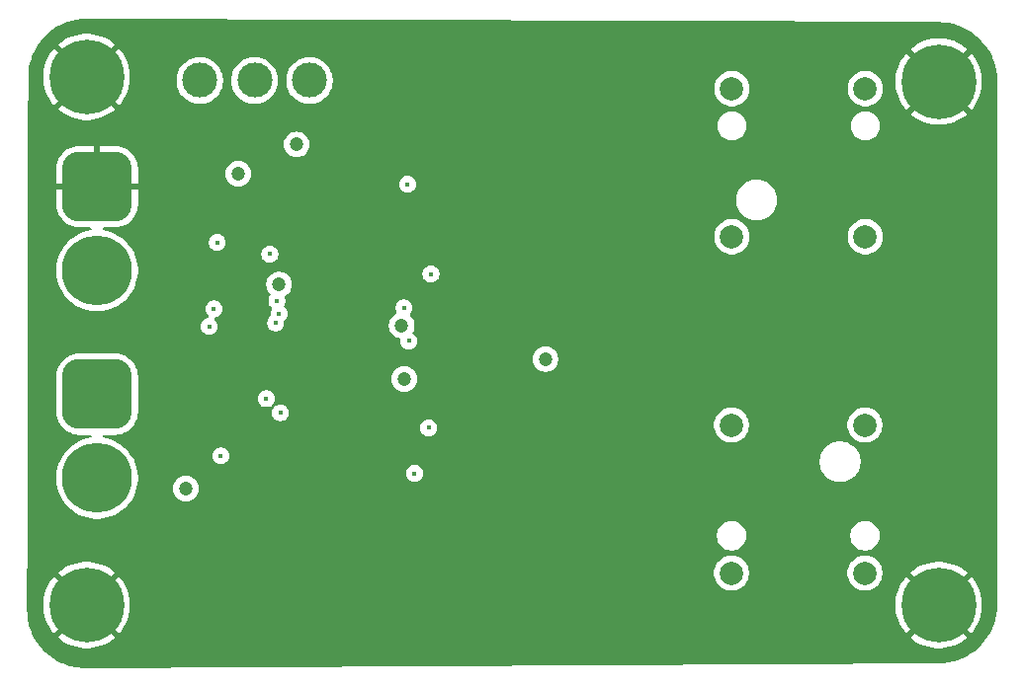
<source format=gbr>
%TF.GenerationSoftware,KiCad,Pcbnew,9.0.0*%
%TF.CreationDate,2025-03-23T10:17:33+01:00*%
%TF.ProjectId,Pcb_Ampli2,5063625f-416d-4706-9c69-322e6b696361,rev?*%
%TF.SameCoordinates,Original*%
%TF.FileFunction,Copper,L2,Inr*%
%TF.FilePolarity,Positive*%
%FSLAX46Y46*%
G04 Gerber Fmt 4.6, Leading zero omitted, Abs format (unit mm)*
G04 Created by KiCad (PCBNEW 9.0.0) date 2025-03-23 10:17:33*
%MOMM*%
%LPD*%
G01*
G04 APERTURE LIST*
G04 Aperture macros list*
%AMRoundRect*
0 Rectangle with rounded corners*
0 $1 Rounding radius*
0 $2 $3 $4 $5 $6 $7 $8 $9 X,Y pos of 4 corners*
0 Add a 4 corners polygon primitive as box body*
4,1,4,$2,$3,$4,$5,$6,$7,$8,$9,$2,$3,0*
0 Add four circle primitives for the rounded corners*
1,1,$1+$1,$2,$3*
1,1,$1+$1,$4,$5*
1,1,$1+$1,$6,$7*
1,1,$1+$1,$8,$9*
0 Add four rect primitives between the rounded corners*
20,1,$1+$1,$2,$3,$4,$5,0*
20,1,$1+$1,$4,$5,$6,$7,0*
20,1,$1+$1,$6,$7,$8,$9,0*
20,1,$1+$1,$8,$9,$2,$3,0*%
G04 Aperture macros list end*
%TA.AperFunction,ComponentPad*%
%ADD10C,2.006600*%
%TD*%
%TA.AperFunction,ComponentPad*%
%ADD11C,0.800000*%
%TD*%
%TA.AperFunction,ComponentPad*%
%ADD12C,6.400000*%
%TD*%
%TA.AperFunction,ComponentPad*%
%ADD13RoundRect,1.500000X-1.500000X1.500000X-1.500000X-1.500000X1.500000X-1.500000X1.500000X1.500000X0*%
%TD*%
%TA.AperFunction,ComponentPad*%
%ADD14C,6.000000*%
%TD*%
%TA.AperFunction,ComponentPad*%
%ADD15C,3.000000*%
%TD*%
%TA.AperFunction,ViaPad*%
%ADD16C,0.450000*%
%TD*%
%TA.AperFunction,ViaPad*%
%ADD17C,1.200000*%
%TD*%
G04 APERTURE END LIST*
D10*
%TO.N,Net-(C28-Pad1)*%
%TO.C,J2*%
X147200000Y-63400000D03*
X135770000Y-63400000D03*
%TO.N,Net-(C27-Pad2)*%
X147200000Y-50700000D03*
X135770000Y-50700000D03*
%TD*%
%TO.N,Net-(C33-Pad2)*%
%TO.C,J3*%
X135751600Y-79558896D03*
X147181600Y-79558896D03*
%TO.N,Net-(C34-Pad1)*%
X135751600Y-92258896D03*
X147181600Y-92258896D03*
%TD*%
D11*
%TO.N,GND*%
%TO.C,H4*%
X151100000Y-95000000D03*
X151802944Y-93302944D03*
X151802944Y-96697056D03*
X153500000Y-92600000D03*
D12*
X153500000Y-95000000D03*
D11*
X153500000Y-97400000D03*
X155197056Y-93302944D03*
X155197056Y-96697056D03*
X155900000Y-95000000D03*
%TD*%
%TO.N,GND*%
%TO.C,H1*%
X78100000Y-49700000D03*
X78802944Y-48002944D03*
X78802944Y-51397056D03*
X80500000Y-47300000D03*
D12*
X80500000Y-49700000D03*
D11*
X80500000Y-52100000D03*
X82197056Y-48002944D03*
X82197056Y-51397056D03*
X82900000Y-49700000D03*
%TD*%
%TO.N,GND*%
%TO.C,H2*%
X151100000Y-50100000D03*
X151802944Y-48402944D03*
X151802944Y-51797056D03*
X153500000Y-47700000D03*
D12*
X153500000Y-50100000D03*
D11*
X153500000Y-52500000D03*
X155197056Y-48402944D03*
X155197056Y-51797056D03*
X155900000Y-50100000D03*
%TD*%
D13*
%TO.N,Net-(J4-Pin_1)*%
%TO.C,J4*%
X81400000Y-76900000D03*
D14*
%TO.N,Net-(J4-Pin_2)*%
X81400000Y-84100000D03*
%TD*%
D11*
%TO.N,GND*%
%TO.C,H3*%
X78100000Y-95000000D03*
X78802944Y-93302944D03*
X78802944Y-96697056D03*
X80500000Y-92600000D03*
D12*
X80500000Y-95000000D03*
D11*
X80500000Y-97400000D03*
X82197056Y-93302944D03*
X82197056Y-96697056D03*
X82900000Y-95000000D03*
%TD*%
D13*
%TO.N,GND*%
%TO.C,J1*%
X81400000Y-59100000D03*
D14*
%TO.N,Net-(J1-Pin_2)*%
X81400000Y-66300000D03*
%TD*%
D15*
%TO.N,+24V*%
%TO.C,SW1*%
X99600000Y-50000000D03*
%TO.N,Net-(J1-Pin_2)*%
X94900000Y-50000000D03*
%TO.N,unconnected-(SW1-C-Pad3)*%
X90200000Y-50000000D03*
%TD*%
D16*
%TO.N,GND*%
X128450000Y-62850000D03*
X107000000Y-68200000D03*
X121400000Y-59600000D03*
X93325000Y-73475000D03*
X107900000Y-78400000D03*
X94400000Y-89400000D03*
X121500000Y-80500000D03*
X121500000Y-64700000D03*
X107650000Y-73350000D03*
X121300000Y-86900000D03*
X110400000Y-73750000D03*
X96800000Y-73250000D03*
X88100000Y-69800000D03*
X99700000Y-67700000D03*
X93300000Y-70800000D03*
D17*
%TO.N,+24V*%
X119800000Y-73900000D03*
X93500000Y-58000000D03*
X89000000Y-85000000D03*
X97000000Y-67500000D03*
X107500000Y-71000000D03*
X107700000Y-75600000D03*
X98500000Y-55500000D03*
D16*
%TO.N,Net-(J4-Pin_2)*%
X91700000Y-63900000D03*
%TO.N,Net-(TPA1-5_Input_A)*%
X96200000Y-64900000D03*
X96800000Y-68900000D03*
%TO.N,Net-(J4-Pin_1)*%
X92000000Y-82200000D03*
%TO.N,Net-(TPA1-20_VBG)*%
X95900000Y-77300000D03*
X97100000Y-78500000D03*
%TO.N,Net-(TPA1-39_OUT_A)*%
X107700000Y-69500000D03*
X108000000Y-58900000D03*
%TO.N,Net-(TPA1-35_OUT_B)*%
X110000000Y-66600000D03*
X108100000Y-72350000D03*
%TO.N,Net-(TPA1-27_OUT_D)*%
X109800000Y-79800000D03*
X108600000Y-83700000D03*
%TO.N,Net-(TPA1-7_OC_ADJ)*%
X97000000Y-70000000D03*
X91400000Y-69600000D03*
%TO.N,Net-(TPA1-8_FREQ_ADJ)*%
X96700000Y-70800000D03*
X91000000Y-71100000D03*
%TD*%
%TA.AperFunction,Conductor*%
%TO.N,GND*%
G36*
X153448435Y-45000288D02*
G01*
X153448442Y-45000290D01*
X153448456Y-45000288D01*
X153449699Y-45000293D01*
X153497976Y-45000501D01*
X153502566Y-45000605D01*
X153870276Y-45015814D01*
X153875906Y-45016177D01*
X153959956Y-45023530D01*
X153964429Y-45024004D01*
X154287028Y-45064216D01*
X154293169Y-45065140D01*
X154371766Y-45078999D01*
X154375594Y-45079737D01*
X154699008Y-45147549D01*
X154705622Y-45149128D01*
X154774576Y-45167604D01*
X154777787Y-45168512D01*
X155103169Y-45265383D01*
X155110157Y-45267692D01*
X155164056Y-45287310D01*
X155166678Y-45288299D01*
X155496425Y-45416967D01*
X155503729Y-45420089D01*
X155534837Y-45434595D01*
X155536641Y-45435458D01*
X155874902Y-45600823D01*
X155883883Y-45605683D01*
X156230070Y-45811966D01*
X156238638Y-45817564D01*
X156566593Y-46051719D01*
X156574668Y-46058005D01*
X156756591Y-46212086D01*
X156882155Y-46318433D01*
X156889695Y-46325374D01*
X157174625Y-46610304D01*
X157181566Y-46617844D01*
X157271937Y-46724545D01*
X157439655Y-46922570D01*
X157441989Y-46925325D01*
X157448284Y-46933412D01*
X157682431Y-47261355D01*
X157688037Y-47269935D01*
X157894309Y-47616105D01*
X157899186Y-47625119D01*
X158064467Y-47963206D01*
X158065450Y-47965262D01*
X158079902Y-47996255D01*
X158083036Y-48003584D01*
X158211691Y-48333300D01*
X158212696Y-48335964D01*
X158232299Y-48389822D01*
X158234622Y-48396851D01*
X158331475Y-48722173D01*
X158332405Y-48725462D01*
X158350867Y-48794364D01*
X158352453Y-48801010D01*
X158420250Y-49124350D01*
X158421005Y-49128265D01*
X158434854Y-49206807D01*
X158435786Y-49213001D01*
X158475990Y-49535538D01*
X158476470Y-49540069D01*
X158483819Y-49624067D01*
X158484185Y-49629749D01*
X158499394Y-49997437D01*
X158499500Y-50002562D01*
X158499500Y-94997437D01*
X158499394Y-95002562D01*
X158484185Y-95370249D01*
X158483819Y-95375931D01*
X158476470Y-95459929D01*
X158475990Y-95464460D01*
X158435786Y-95786997D01*
X158434854Y-95793191D01*
X158421005Y-95871733D01*
X158420250Y-95875648D01*
X158352453Y-96198988D01*
X158350867Y-96205634D01*
X158332405Y-96274536D01*
X158331475Y-96277825D01*
X158234622Y-96603147D01*
X158232299Y-96610176D01*
X158212696Y-96664034D01*
X158211691Y-96666698D01*
X158083036Y-96996414D01*
X158079902Y-97003743D01*
X158065471Y-97034691D01*
X158064489Y-97036747D01*
X157899182Y-97374889D01*
X157894304Y-97383903D01*
X157688037Y-97730064D01*
X157682431Y-97738644D01*
X157448284Y-98066587D01*
X157441989Y-98074674D01*
X157181566Y-98382155D01*
X157174625Y-98389695D01*
X156889695Y-98674625D01*
X156882155Y-98681566D01*
X156574674Y-98941989D01*
X156566587Y-98948284D01*
X156238644Y-99182431D01*
X156230064Y-99188037D01*
X155883903Y-99394304D01*
X155874889Y-99399182D01*
X155536747Y-99564489D01*
X155534691Y-99565471D01*
X155503743Y-99579902D01*
X155496414Y-99583036D01*
X155166698Y-99711691D01*
X155164034Y-99712696D01*
X155110176Y-99732299D01*
X155103147Y-99734622D01*
X154777825Y-99831475D01*
X154774536Y-99832405D01*
X154705634Y-99850867D01*
X154698988Y-99852453D01*
X154375648Y-99920250D01*
X154371733Y-99921005D01*
X154293191Y-99934854D01*
X154286997Y-99935786D01*
X153964460Y-99975990D01*
X153959929Y-99976470D01*
X153875931Y-99983819D01*
X153870249Y-99984185D01*
X153502563Y-99999394D01*
X153497438Y-99999500D01*
X153451094Y-99999500D01*
X153448534Y-99999780D01*
X80402900Y-100399483D01*
X80397097Y-100399379D01*
X80029749Y-100384185D01*
X80024065Y-100383819D01*
X79940068Y-100376470D01*
X79935538Y-100375990D01*
X79613001Y-100335786D01*
X79606807Y-100334854D01*
X79528265Y-100321005D01*
X79524350Y-100320250D01*
X79201010Y-100252453D01*
X79194364Y-100250867D01*
X79125462Y-100232405D01*
X79122173Y-100231475D01*
X78796851Y-100134622D01*
X78789822Y-100132299D01*
X78735964Y-100112696D01*
X78733300Y-100111691D01*
X78403584Y-99983036D01*
X78396255Y-99979902D01*
X78365262Y-99965450D01*
X78363206Y-99964467D01*
X78025119Y-99799186D01*
X78016105Y-99794309D01*
X77669935Y-99588037D01*
X77661355Y-99582431D01*
X77333412Y-99348284D01*
X77325325Y-99341989D01*
X77017844Y-99081566D01*
X77010304Y-99074625D01*
X76725374Y-98789695D01*
X76718433Y-98782155D01*
X76458010Y-98474674D01*
X76451715Y-98466587D01*
X76394226Y-98386069D01*
X76217564Y-98138638D01*
X76211962Y-98130064D01*
X76174138Y-98066587D01*
X76005689Y-97783893D01*
X76000823Y-97774902D01*
X75835458Y-97436641D01*
X75834595Y-97434837D01*
X75820089Y-97403729D01*
X75816962Y-97396414D01*
X75812080Y-97383903D01*
X75688299Y-97066679D01*
X75687302Y-97064034D01*
X75667692Y-97010157D01*
X75665383Y-97003169D01*
X75568512Y-96677787D01*
X75567604Y-96674576D01*
X75549128Y-96605622D01*
X75547549Y-96599008D01*
X75479737Y-96275594D01*
X75478999Y-96271766D01*
X75465140Y-96193169D01*
X75464216Y-96187028D01*
X75424004Y-95864429D01*
X75423530Y-95859956D01*
X75416177Y-95775906D01*
X75415814Y-95770277D01*
X75400610Y-95402664D01*
X75400505Y-95397350D01*
X75401772Y-94818234D01*
X76800000Y-94818234D01*
X76800000Y-95181765D01*
X76835632Y-95543556D01*
X76906550Y-95900090D01*
X76906553Y-95900101D01*
X77012086Y-96247997D01*
X77151207Y-96583864D01*
X77151209Y-96583869D01*
X77322570Y-96904462D01*
X77322581Y-96904480D01*
X77524551Y-97206750D01*
X77711678Y-97434765D01*
X77711679Y-97434766D01*
X79205747Y-95940697D01*
X79279588Y-96042330D01*
X79457670Y-96220412D01*
X79559301Y-96294251D01*
X78065232Y-97788319D01*
X78065233Y-97788320D01*
X78293249Y-97975448D01*
X78595519Y-98177418D01*
X78595537Y-98177429D01*
X78916130Y-98348790D01*
X78916135Y-98348792D01*
X79252002Y-98487913D01*
X79599898Y-98593446D01*
X79599909Y-98593449D01*
X79956443Y-98664367D01*
X80318234Y-98700000D01*
X80681766Y-98700000D01*
X81043556Y-98664367D01*
X81400090Y-98593449D01*
X81400101Y-98593446D01*
X81747997Y-98487913D01*
X82083864Y-98348792D01*
X82083869Y-98348790D01*
X82404462Y-98177429D01*
X82404480Y-98177418D01*
X82706736Y-97975457D01*
X82706750Y-97975447D01*
X82934765Y-97788320D01*
X82934766Y-97788319D01*
X81440698Y-96294251D01*
X81542330Y-96220412D01*
X81720412Y-96042330D01*
X81794251Y-95940698D01*
X83288319Y-97434766D01*
X83288320Y-97434765D01*
X83475447Y-97206750D01*
X83475457Y-97206736D01*
X83677418Y-96904480D01*
X83677429Y-96904462D01*
X83848790Y-96583869D01*
X83848792Y-96583864D01*
X83987913Y-96247997D01*
X84093446Y-95900101D01*
X84093449Y-95900090D01*
X84164367Y-95543556D01*
X84200000Y-95181765D01*
X84200000Y-94818234D01*
X149800000Y-94818234D01*
X149800000Y-95181765D01*
X149835632Y-95543556D01*
X149906550Y-95900090D01*
X149906553Y-95900101D01*
X150012086Y-96247997D01*
X150151207Y-96583864D01*
X150151209Y-96583869D01*
X150322570Y-96904462D01*
X150322581Y-96904480D01*
X150524551Y-97206750D01*
X150711678Y-97434765D01*
X150711679Y-97434766D01*
X152205747Y-95940697D01*
X152279588Y-96042330D01*
X152457670Y-96220412D01*
X152559301Y-96294251D01*
X151065232Y-97788319D01*
X151065233Y-97788320D01*
X151293249Y-97975448D01*
X151595519Y-98177418D01*
X151595537Y-98177429D01*
X151916130Y-98348790D01*
X151916135Y-98348792D01*
X152252002Y-98487913D01*
X152599898Y-98593446D01*
X152599909Y-98593449D01*
X152956443Y-98664367D01*
X153318234Y-98700000D01*
X153681766Y-98700000D01*
X154043556Y-98664367D01*
X154400090Y-98593449D01*
X154400101Y-98593446D01*
X154747997Y-98487913D01*
X155083864Y-98348792D01*
X155083869Y-98348790D01*
X155404462Y-98177429D01*
X155404480Y-98177418D01*
X155706736Y-97975457D01*
X155706750Y-97975447D01*
X155934765Y-97788320D01*
X155934766Y-97788319D01*
X154440698Y-96294251D01*
X154542330Y-96220412D01*
X154720412Y-96042330D01*
X154794251Y-95940698D01*
X156288319Y-97434766D01*
X156288320Y-97434765D01*
X156475447Y-97206750D01*
X156475457Y-97206736D01*
X156677418Y-96904480D01*
X156677429Y-96904462D01*
X156848790Y-96583869D01*
X156848792Y-96583864D01*
X156987913Y-96247997D01*
X157093446Y-95900101D01*
X157093449Y-95900090D01*
X157164367Y-95543556D01*
X157200000Y-95181765D01*
X157200000Y-94818234D01*
X157164367Y-94456443D01*
X157093449Y-94099909D01*
X157093446Y-94099898D01*
X156987913Y-93752002D01*
X156848792Y-93416135D01*
X156848790Y-93416130D01*
X156677429Y-93095537D01*
X156677418Y-93095519D01*
X156475448Y-92793249D01*
X156288320Y-92565233D01*
X156288319Y-92565232D01*
X154794251Y-94059300D01*
X154720412Y-93957670D01*
X154542330Y-93779588D01*
X154440698Y-93705748D01*
X155934766Y-92211679D01*
X155934765Y-92211678D01*
X155706750Y-92024551D01*
X155404480Y-91822581D01*
X155404462Y-91822570D01*
X155083869Y-91651209D01*
X155083864Y-91651207D01*
X154747997Y-91512086D01*
X154400101Y-91406553D01*
X154400090Y-91406550D01*
X154043556Y-91335632D01*
X153681766Y-91300000D01*
X153318234Y-91300000D01*
X152956443Y-91335632D01*
X152599909Y-91406550D01*
X152599898Y-91406553D01*
X152252002Y-91512086D01*
X151916135Y-91651207D01*
X151916130Y-91651209D01*
X151595537Y-91822570D01*
X151595519Y-91822581D01*
X151293258Y-92024545D01*
X151293254Y-92024548D01*
X151065233Y-92211679D01*
X151065233Y-92211680D01*
X152559301Y-93705748D01*
X152457670Y-93779588D01*
X152279588Y-93957670D01*
X152205748Y-94059301D01*
X150711680Y-92565233D01*
X150711679Y-92565233D01*
X150524548Y-92793254D01*
X150524545Y-92793258D01*
X150322581Y-93095519D01*
X150322570Y-93095537D01*
X150151209Y-93416130D01*
X150151207Y-93416135D01*
X150012086Y-93752002D01*
X149906553Y-94099898D01*
X149906550Y-94099909D01*
X149835632Y-94456443D01*
X149800000Y-94818234D01*
X84200000Y-94818234D01*
X84164367Y-94456443D01*
X84093449Y-94099909D01*
X84093446Y-94099898D01*
X83987913Y-93752002D01*
X83848792Y-93416135D01*
X83848790Y-93416130D01*
X83677429Y-93095537D01*
X83677418Y-93095519D01*
X83475448Y-92793249D01*
X83288320Y-92565233D01*
X83288319Y-92565232D01*
X81794251Y-94059300D01*
X81720412Y-93957670D01*
X81542330Y-93779588D01*
X81440698Y-93705748D01*
X82934766Y-92211679D01*
X82934766Y-92211678D01*
X82848089Y-92140544D01*
X134247800Y-92140544D01*
X134247800Y-92377247D01*
X134284829Y-92611038D01*
X134284829Y-92611041D01*
X134357972Y-92836152D01*
X134357974Y-92836155D01*
X134465435Y-93047059D01*
X134604566Y-93238556D01*
X134771940Y-93405930D01*
X134963437Y-93545061D01*
X135133195Y-93631557D01*
X135174343Y-93652523D01*
X135399455Y-93725666D01*
X135399456Y-93725666D01*
X135399459Y-93725667D01*
X135633248Y-93762696D01*
X135633249Y-93762696D01*
X135869951Y-93762696D01*
X135869952Y-93762696D01*
X136103741Y-93725667D01*
X136103744Y-93725666D01*
X136103745Y-93725666D01*
X136328856Y-93652523D01*
X136328856Y-93652522D01*
X136328859Y-93652522D01*
X136539763Y-93545061D01*
X136731260Y-93405930D01*
X136898634Y-93238556D01*
X137037765Y-93047059D01*
X137145226Y-92836155D01*
X137218371Y-92611037D01*
X137255400Y-92377248D01*
X137255400Y-92140544D01*
X145677800Y-92140544D01*
X145677800Y-92377247D01*
X145714829Y-92611038D01*
X145714829Y-92611041D01*
X145787972Y-92836152D01*
X145787974Y-92836155D01*
X145895435Y-93047059D01*
X146034566Y-93238556D01*
X146201940Y-93405930D01*
X146393437Y-93545061D01*
X146563195Y-93631557D01*
X146604343Y-93652523D01*
X146829455Y-93725666D01*
X146829456Y-93725666D01*
X146829459Y-93725667D01*
X147063248Y-93762696D01*
X147063249Y-93762696D01*
X147299951Y-93762696D01*
X147299952Y-93762696D01*
X147533741Y-93725667D01*
X147533744Y-93725666D01*
X147533745Y-93725666D01*
X147758856Y-93652523D01*
X147758856Y-93652522D01*
X147758859Y-93652522D01*
X147969763Y-93545061D01*
X148161260Y-93405930D01*
X148328634Y-93238556D01*
X148467765Y-93047059D01*
X148575226Y-92836155D01*
X148648371Y-92611037D01*
X148685400Y-92377248D01*
X148685400Y-92140544D01*
X148648371Y-91906755D01*
X148648370Y-91906751D01*
X148648370Y-91906750D01*
X148575227Y-91681639D01*
X148467764Y-91470732D01*
X148421133Y-91406550D01*
X148328634Y-91279236D01*
X148161260Y-91111862D01*
X147969763Y-90972731D01*
X147758856Y-90865268D01*
X147533744Y-90792125D01*
X147358399Y-90764353D01*
X147299952Y-90755096D01*
X147063248Y-90755096D01*
X146985318Y-90767439D01*
X146829457Y-90792125D01*
X146829454Y-90792125D01*
X146604343Y-90865268D01*
X146393436Y-90972731D01*
X146284180Y-91052110D01*
X146201940Y-91111862D01*
X146201938Y-91111864D01*
X146201937Y-91111864D01*
X146034568Y-91279233D01*
X146034568Y-91279234D01*
X146034566Y-91279236D01*
X146019480Y-91300000D01*
X145895435Y-91470732D01*
X145787972Y-91681639D01*
X145714829Y-91906750D01*
X145714829Y-91906753D01*
X145677800Y-92140544D01*
X137255400Y-92140544D01*
X137218371Y-91906755D01*
X137218370Y-91906751D01*
X137218370Y-91906750D01*
X137145227Y-91681639D01*
X137037764Y-91470732D01*
X136991133Y-91406550D01*
X136898634Y-91279236D01*
X136731260Y-91111862D01*
X136539763Y-90972731D01*
X136328856Y-90865268D01*
X136103744Y-90792125D01*
X135928399Y-90764353D01*
X135869952Y-90755096D01*
X135633248Y-90755096D01*
X135555318Y-90767439D01*
X135399457Y-90792125D01*
X135399454Y-90792125D01*
X135174343Y-90865268D01*
X134963436Y-90972731D01*
X134854180Y-91052110D01*
X134771940Y-91111862D01*
X134771938Y-91111864D01*
X134771937Y-91111864D01*
X134604568Y-91279233D01*
X134604568Y-91279234D01*
X134604566Y-91279236D01*
X134589480Y-91300000D01*
X134465435Y-91470732D01*
X134357972Y-91681639D01*
X134284829Y-91906750D01*
X134284829Y-91906753D01*
X134247800Y-92140544D01*
X82848089Y-92140544D01*
X82706750Y-92024551D01*
X82404480Y-91822581D01*
X82404462Y-91822570D01*
X82083869Y-91651209D01*
X82083864Y-91651207D01*
X81747997Y-91512086D01*
X81400101Y-91406553D01*
X81400090Y-91406550D01*
X81043556Y-91335632D01*
X80681766Y-91300000D01*
X80318234Y-91300000D01*
X79956443Y-91335632D01*
X79599909Y-91406550D01*
X79599898Y-91406553D01*
X79252002Y-91512086D01*
X78916135Y-91651207D01*
X78916130Y-91651209D01*
X78595537Y-91822570D01*
X78595519Y-91822581D01*
X78293258Y-92024545D01*
X78293254Y-92024548D01*
X78065233Y-92211679D01*
X78065233Y-92211680D01*
X79559301Y-93705748D01*
X79457670Y-93779588D01*
X79279588Y-93957670D01*
X79205748Y-94059301D01*
X77711680Y-92565233D01*
X77711679Y-92565233D01*
X77524548Y-92793254D01*
X77524545Y-92793258D01*
X77322581Y-93095519D01*
X77322570Y-93095537D01*
X77151209Y-93416130D01*
X77151207Y-93416135D01*
X77012086Y-93752002D01*
X76906553Y-94099898D01*
X76906550Y-94099909D01*
X76835632Y-94456443D01*
X76800000Y-94818234D01*
X75401772Y-94818234D01*
X75414590Y-88960212D01*
X134497800Y-88960212D01*
X134497800Y-89157563D01*
X134528673Y-89352488D01*
X134528673Y-89352491D01*
X134589656Y-89540177D01*
X134589658Y-89540180D01*
X134679254Y-89716022D01*
X134795255Y-89875684D01*
X134934804Y-90015233D01*
X135094466Y-90131234D01*
X135270308Y-90220830D01*
X135270310Y-90220831D01*
X135457997Y-90281814D01*
X135457998Y-90281814D01*
X135458001Y-90281815D01*
X135652924Y-90312688D01*
X135652925Y-90312688D01*
X135850275Y-90312688D01*
X135850276Y-90312688D01*
X136045199Y-90281815D01*
X136045202Y-90281814D01*
X136045203Y-90281814D01*
X136232889Y-90220831D01*
X136232889Y-90220830D01*
X136232892Y-90220830D01*
X136408734Y-90131234D01*
X136568396Y-90015233D01*
X136707945Y-89875684D01*
X136823946Y-89716022D01*
X136913542Y-89540180D01*
X136974527Y-89352487D01*
X137005400Y-89157564D01*
X137005400Y-88960212D01*
X145927800Y-88960212D01*
X145927800Y-89157563D01*
X145958673Y-89352488D01*
X145958673Y-89352491D01*
X146019656Y-89540177D01*
X146019658Y-89540180D01*
X146109254Y-89716022D01*
X146225255Y-89875684D01*
X146364804Y-90015233D01*
X146524466Y-90131234D01*
X146700308Y-90220830D01*
X146700310Y-90220831D01*
X146887997Y-90281814D01*
X146887998Y-90281814D01*
X146888001Y-90281815D01*
X147082924Y-90312688D01*
X147082925Y-90312688D01*
X147280275Y-90312688D01*
X147280276Y-90312688D01*
X147475199Y-90281815D01*
X147475202Y-90281814D01*
X147475203Y-90281814D01*
X147662889Y-90220831D01*
X147662889Y-90220830D01*
X147662892Y-90220830D01*
X147838734Y-90131234D01*
X147998396Y-90015233D01*
X148137945Y-89875684D01*
X148253946Y-89716022D01*
X148343542Y-89540180D01*
X148404527Y-89352487D01*
X148435400Y-89157564D01*
X148435400Y-88960212D01*
X148404527Y-88765289D01*
X148404526Y-88765285D01*
X148404526Y-88765284D01*
X148343543Y-88577598D01*
X148253945Y-88401753D01*
X148137945Y-88242092D01*
X147998396Y-88102543D01*
X147838734Y-87986542D01*
X147662889Y-87896944D01*
X147475202Y-87835961D01*
X147329006Y-87812806D01*
X147280276Y-87805088D01*
X147082924Y-87805088D01*
X147017949Y-87815379D01*
X146887999Y-87835961D01*
X146887996Y-87835961D01*
X146700310Y-87896944D01*
X146524465Y-87986542D01*
X146364801Y-88102545D01*
X146225257Y-88242089D01*
X146109254Y-88401753D01*
X146019656Y-88577598D01*
X145958673Y-88765284D01*
X145958673Y-88765287D01*
X145927800Y-88960212D01*
X137005400Y-88960212D01*
X136974527Y-88765289D01*
X136974526Y-88765285D01*
X136974526Y-88765284D01*
X136913543Y-88577598D01*
X136823945Y-88401753D01*
X136707945Y-88242092D01*
X136568396Y-88102543D01*
X136408734Y-87986542D01*
X136232889Y-87896944D01*
X136045202Y-87835961D01*
X135899006Y-87812806D01*
X135850276Y-87805088D01*
X135652924Y-87805088D01*
X135587949Y-87815379D01*
X135457999Y-87835961D01*
X135457996Y-87835961D01*
X135270310Y-87896944D01*
X135094465Y-87986542D01*
X134934801Y-88102545D01*
X134795257Y-88242089D01*
X134679254Y-88401753D01*
X134589656Y-88577598D01*
X134528673Y-88765284D01*
X134528673Y-88765287D01*
X134497800Y-88960212D01*
X75414590Y-88960212D01*
X75444419Y-75328549D01*
X77899500Y-75328549D01*
X77899500Y-78471450D01*
X77914804Y-78685433D01*
X77975628Y-78965037D01*
X77975630Y-78965043D01*
X77975631Y-78965046D01*
X78062377Y-79197620D01*
X78075635Y-79233166D01*
X78212770Y-79484309D01*
X78212775Y-79484317D01*
X78384254Y-79713387D01*
X78384270Y-79713405D01*
X78586594Y-79915729D01*
X78586612Y-79915745D01*
X78815682Y-80087224D01*
X78815690Y-80087229D01*
X79066833Y-80224364D01*
X79066832Y-80224364D01*
X79066836Y-80224365D01*
X79066839Y-80224367D01*
X79334954Y-80324369D01*
X79334960Y-80324370D01*
X79334962Y-80324371D01*
X79614566Y-80385195D01*
X79614568Y-80385195D01*
X79614572Y-80385196D01*
X79828552Y-80400500D01*
X80796675Y-80400500D01*
X80863714Y-80420185D01*
X80909469Y-80472989D01*
X80919413Y-80542147D01*
X80890388Y-80605703D01*
X80831610Y-80643477D01*
X80820866Y-80646117D01*
X80548427Y-80700308D01*
X80219293Y-80800150D01*
X79901535Y-80931770D01*
X79901530Y-80931772D01*
X79598224Y-81093893D01*
X79598206Y-81093904D01*
X79312248Y-81284975D01*
X79312234Y-81284985D01*
X79046367Y-81503176D01*
X78803176Y-81746367D01*
X78584985Y-82012234D01*
X78584975Y-82012248D01*
X78393904Y-82298206D01*
X78393893Y-82298224D01*
X78231772Y-82601530D01*
X78231770Y-82601535D01*
X78100150Y-82919293D01*
X78000308Y-83248427D01*
X77933210Y-83585750D01*
X77923659Y-83682732D01*
X77899500Y-83928031D01*
X77899500Y-84271969D01*
X77906489Y-84342929D01*
X77933210Y-84614249D01*
X78000308Y-84951572D01*
X78100150Y-85280706D01*
X78231770Y-85598464D01*
X78231772Y-85598469D01*
X78393893Y-85901775D01*
X78393904Y-85901793D01*
X78584975Y-86187751D01*
X78584985Y-86187765D01*
X78803176Y-86453632D01*
X79046367Y-86696823D01*
X79046372Y-86696827D01*
X79046373Y-86696828D01*
X79312240Y-86915019D01*
X79598213Y-87106100D01*
X79598222Y-87106105D01*
X79598224Y-87106106D01*
X79901530Y-87268227D01*
X79901532Y-87268227D01*
X79901538Y-87268231D01*
X80219295Y-87399850D01*
X80548422Y-87499690D01*
X80885750Y-87566789D01*
X81228031Y-87600500D01*
X81228034Y-87600500D01*
X81571966Y-87600500D01*
X81571969Y-87600500D01*
X81914250Y-87566789D01*
X82251578Y-87499690D01*
X82580705Y-87399850D01*
X82898462Y-87268231D01*
X83201787Y-87106100D01*
X83487760Y-86915019D01*
X83753627Y-86696828D01*
X83996828Y-86453627D01*
X84215019Y-86187760D01*
X84406100Y-85901787D01*
X84568231Y-85598462D01*
X84699850Y-85280705D01*
X84799690Y-84951578D01*
X84807286Y-84913389D01*
X87899500Y-84913389D01*
X87899500Y-85086611D01*
X87926598Y-85257701D01*
X87980127Y-85422445D01*
X88058768Y-85576788D01*
X88160586Y-85716928D01*
X88283072Y-85839414D01*
X88423212Y-85941232D01*
X88577555Y-86019873D01*
X88742299Y-86073402D01*
X88913389Y-86100500D01*
X88913390Y-86100500D01*
X89086610Y-86100500D01*
X89086611Y-86100500D01*
X89257701Y-86073402D01*
X89422445Y-86019873D01*
X89576788Y-85941232D01*
X89716928Y-85839414D01*
X89839414Y-85716928D01*
X89941232Y-85576788D01*
X90019873Y-85422445D01*
X90073402Y-85257701D01*
X90100500Y-85086611D01*
X90100500Y-84913389D01*
X90073402Y-84742299D01*
X90019873Y-84577555D01*
X89941232Y-84423212D01*
X89839414Y-84283072D01*
X89716928Y-84160586D01*
X89576788Y-84058768D01*
X89422445Y-83980127D01*
X89257701Y-83926598D01*
X89257699Y-83926597D01*
X89257698Y-83926597D01*
X89126271Y-83905781D01*
X89086611Y-83899500D01*
X88913389Y-83899500D01*
X88873728Y-83905781D01*
X88742302Y-83926597D01*
X88577552Y-83980128D01*
X88423211Y-84058768D01*
X88343256Y-84116859D01*
X88283072Y-84160586D01*
X88283070Y-84160588D01*
X88283069Y-84160588D01*
X88160588Y-84283069D01*
X88160588Y-84283070D01*
X88160586Y-84283072D01*
X88117100Y-84342925D01*
X88058768Y-84423211D01*
X87980128Y-84577552D01*
X87926597Y-84742302D01*
X87904103Y-84884325D01*
X87899500Y-84913389D01*
X84807286Y-84913389D01*
X84866789Y-84614250D01*
X84900500Y-84271969D01*
X84900500Y-83928031D01*
X84885079Y-83771457D01*
X107874499Y-83771457D01*
X107902379Y-83911614D01*
X107902381Y-83911620D01*
X107957069Y-84043650D01*
X107957074Y-84043659D01*
X108036467Y-84162478D01*
X108036470Y-84162482D01*
X108137517Y-84263529D01*
X108137521Y-84263532D01*
X108256340Y-84342925D01*
X108256346Y-84342928D01*
X108256347Y-84342929D01*
X108388380Y-84397619D01*
X108388384Y-84397619D01*
X108388385Y-84397620D01*
X108528542Y-84425500D01*
X108528545Y-84425500D01*
X108671457Y-84425500D01*
X108765751Y-84406742D01*
X108811620Y-84397619D01*
X108943653Y-84342929D01*
X109062479Y-84263532D01*
X109163532Y-84162479D01*
X109242929Y-84043653D01*
X109297619Y-83911620D01*
X109325500Y-83771455D01*
X109325500Y-83628545D01*
X109325500Y-83628542D01*
X109297620Y-83488385D01*
X109297619Y-83488384D01*
X109297619Y-83488380D01*
X109242929Y-83356347D01*
X109242928Y-83356346D01*
X109242925Y-83356340D01*
X109163532Y-83237521D01*
X109163529Y-83237517D01*
X109062482Y-83136470D01*
X109062478Y-83136467D01*
X108943659Y-83057074D01*
X108943650Y-83057069D01*
X108811620Y-83002381D01*
X108811614Y-83002379D01*
X108671457Y-82974500D01*
X108671455Y-82974500D01*
X108528545Y-82974500D01*
X108528543Y-82974500D01*
X108388385Y-83002379D01*
X108388379Y-83002381D01*
X108256349Y-83057069D01*
X108256340Y-83057074D01*
X108137521Y-83136467D01*
X108137517Y-83136470D01*
X108036470Y-83237517D01*
X108036467Y-83237521D01*
X107957074Y-83356340D01*
X107957069Y-83356349D01*
X107902381Y-83488379D01*
X107902379Y-83488385D01*
X107874500Y-83628542D01*
X107874500Y-83628545D01*
X107874500Y-83771455D01*
X107874500Y-83771457D01*
X107874499Y-83771457D01*
X84885079Y-83771457D01*
X84866789Y-83585750D01*
X84799690Y-83248422D01*
X84699850Y-82919295D01*
X84568231Y-82601538D01*
X84564335Y-82594250D01*
X84406106Y-82298224D01*
X84406105Y-82298222D01*
X84406100Y-82298213D01*
X84388222Y-82271457D01*
X91274499Y-82271457D01*
X91302379Y-82411614D01*
X91302381Y-82411620D01*
X91357069Y-82543650D01*
X91357074Y-82543659D01*
X91436467Y-82662478D01*
X91436470Y-82662482D01*
X91537517Y-82763529D01*
X91537521Y-82763532D01*
X91656340Y-82842925D01*
X91656346Y-82842928D01*
X91656347Y-82842929D01*
X91788380Y-82897619D01*
X91788384Y-82897619D01*
X91788385Y-82897620D01*
X91928542Y-82925500D01*
X91928545Y-82925500D01*
X92071457Y-82925500D01*
X92165751Y-82906742D01*
X92211620Y-82897619D01*
X92343653Y-82842929D01*
X92462479Y-82763532D01*
X92563532Y-82662479D01*
X92609121Y-82594250D01*
X143302500Y-82594250D01*
X143302500Y-82823549D01*
X143315106Y-82919293D01*
X143332428Y-83050865D01*
X143334091Y-83057071D01*
X143391771Y-83272338D01*
X143479511Y-83484160D01*
X143479515Y-83484170D01*
X143594155Y-83682732D01*
X143733733Y-83864634D01*
X143733739Y-83864641D01*
X143895858Y-84026760D01*
X143895865Y-84026766D01*
X144077767Y-84166344D01*
X144276329Y-84280984D01*
X144276330Y-84280984D01*
X144276333Y-84280986D01*
X144417553Y-84339481D01*
X144488161Y-84368728D01*
X144488162Y-84368728D01*
X144488164Y-84368729D01*
X144709635Y-84428072D01*
X144936958Y-84458000D01*
X144936965Y-84458000D01*
X145166235Y-84458000D01*
X145166242Y-84458000D01*
X145393565Y-84428072D01*
X145615036Y-84368729D01*
X145826867Y-84280986D01*
X146025433Y-84166344D01*
X146207336Y-84026765D01*
X146369465Y-83864636D01*
X146509044Y-83682733D01*
X146623686Y-83484167D01*
X146711429Y-83272336D01*
X146770772Y-83050865D01*
X146800700Y-82823542D01*
X146800700Y-82594258D01*
X146770772Y-82366935D01*
X146711429Y-82145464D01*
X146623686Y-81933633D01*
X146509044Y-81735067D01*
X146372463Y-81557071D01*
X146369466Y-81553165D01*
X146369460Y-81553158D01*
X146207341Y-81391039D01*
X146207334Y-81391033D01*
X146025432Y-81251455D01*
X145826870Y-81136815D01*
X145826860Y-81136811D01*
X145615038Y-81049071D01*
X145504300Y-81019399D01*
X145393565Y-80989728D01*
X145343048Y-80983077D01*
X145166249Y-80959800D01*
X145166242Y-80959800D01*
X144936958Y-80959800D01*
X144936950Y-80959800D01*
X144734893Y-80986402D01*
X144709635Y-80989728D01*
X144654267Y-81004563D01*
X144488161Y-81049071D01*
X144276339Y-81136811D01*
X144276329Y-81136815D01*
X144077767Y-81251455D01*
X143895865Y-81391033D01*
X143895858Y-81391039D01*
X143733739Y-81553158D01*
X143733733Y-81553165D01*
X143594155Y-81735067D01*
X143479515Y-81933629D01*
X143479511Y-81933639D01*
X143391771Y-82145461D01*
X143332428Y-82366936D01*
X143302500Y-82594250D01*
X92609121Y-82594250D01*
X92642929Y-82543653D01*
X92642933Y-82543644D01*
X92643306Y-82542745D01*
X92697617Y-82411624D01*
X92697619Y-82411620D01*
X92706742Y-82365751D01*
X92725500Y-82271457D01*
X92725500Y-82128542D01*
X92697620Y-81988385D01*
X92697619Y-81988384D01*
X92697619Y-81988380D01*
X92642929Y-81856347D01*
X92642928Y-81856346D01*
X92642925Y-81856340D01*
X92563532Y-81737521D01*
X92563529Y-81737517D01*
X92462482Y-81636470D01*
X92462478Y-81636467D01*
X92343659Y-81557074D01*
X92343650Y-81557069D01*
X92211620Y-81502381D01*
X92211614Y-81502379D01*
X92071457Y-81474500D01*
X92071455Y-81474500D01*
X91928545Y-81474500D01*
X91928543Y-81474500D01*
X91788385Y-81502379D01*
X91788379Y-81502381D01*
X91656349Y-81557069D01*
X91656340Y-81557074D01*
X91537521Y-81636467D01*
X91537517Y-81636470D01*
X91436470Y-81737517D01*
X91436467Y-81737521D01*
X91357074Y-81856340D01*
X91357069Y-81856349D01*
X91302381Y-81988379D01*
X91302379Y-81988385D01*
X91274500Y-82128542D01*
X91274500Y-82128545D01*
X91274500Y-82271455D01*
X91274500Y-82271457D01*
X91274499Y-82271457D01*
X84388222Y-82271457D01*
X84304034Y-82145461D01*
X84215031Y-82012257D01*
X84215024Y-82012247D01*
X84215019Y-82012240D01*
X83996828Y-81746373D01*
X83996827Y-81746372D01*
X83996823Y-81746367D01*
X83753632Y-81503176D01*
X83487765Y-81284985D01*
X83487764Y-81284984D01*
X83487760Y-81284981D01*
X83201787Y-81093900D01*
X83201782Y-81093897D01*
X83201775Y-81093893D01*
X82898469Y-80931772D01*
X82898464Y-80931770D01*
X82580706Y-80800150D01*
X82251572Y-80700308D01*
X81979134Y-80646117D01*
X81917223Y-80613732D01*
X81882649Y-80553016D01*
X81886388Y-80483247D01*
X81927255Y-80426575D01*
X81992273Y-80400994D01*
X82003325Y-80400500D01*
X82971448Y-80400500D01*
X83185428Y-80385196D01*
X83360742Y-80347059D01*
X83465037Y-80324371D01*
X83465037Y-80324370D01*
X83465046Y-80324369D01*
X83733161Y-80224367D01*
X83984315Y-80087226D01*
X84213395Y-79915739D01*
X84257677Y-79871457D01*
X109074499Y-79871457D01*
X109102379Y-80011614D01*
X109102381Y-80011620D01*
X109157069Y-80143650D01*
X109157074Y-80143659D01*
X109236467Y-80262478D01*
X109236470Y-80262482D01*
X109337517Y-80363529D01*
X109337521Y-80363532D01*
X109456340Y-80442925D01*
X109456346Y-80442928D01*
X109456347Y-80442929D01*
X109588380Y-80497619D01*
X109588384Y-80497619D01*
X109588385Y-80497620D01*
X109728542Y-80525500D01*
X109728545Y-80525500D01*
X109871457Y-80525500D01*
X109965751Y-80506742D01*
X110011620Y-80497619D01*
X110143653Y-80442929D01*
X110262479Y-80363532D01*
X110363532Y-80262479D01*
X110442929Y-80143653D01*
X110497619Y-80011620D01*
X110517626Y-79911041D01*
X110525500Y-79871457D01*
X110525500Y-79728542D01*
X110497620Y-79588385D01*
X110497619Y-79588384D01*
X110497619Y-79588380D01*
X110442929Y-79456347D01*
X110442928Y-79456346D01*
X110442925Y-79456340D01*
X110432370Y-79440544D01*
X134247800Y-79440544D01*
X134247800Y-79677247D01*
X134284829Y-79911038D01*
X134284829Y-79911041D01*
X134357972Y-80136152D01*
X134402920Y-80224367D01*
X134465435Y-80347059D01*
X134604566Y-80538556D01*
X134771940Y-80705930D01*
X134963437Y-80845061D01*
X135133611Y-80931769D01*
X135174343Y-80952523D01*
X135399455Y-81025666D01*
X135399456Y-81025666D01*
X135399459Y-81025667D01*
X135633248Y-81062696D01*
X135633249Y-81062696D01*
X135869951Y-81062696D01*
X135869952Y-81062696D01*
X136103741Y-81025667D01*
X136103744Y-81025666D01*
X136103745Y-81025666D01*
X136328856Y-80952523D01*
X136328856Y-80952522D01*
X136328859Y-80952522D01*
X136539763Y-80845061D01*
X136731260Y-80705930D01*
X136898634Y-80538556D01*
X137037765Y-80347059D01*
X137145226Y-80136155D01*
X137185692Y-80011614D01*
X137218370Y-79911041D01*
X137218370Y-79911040D01*
X137218371Y-79911037D01*
X137255400Y-79677248D01*
X137255400Y-79440544D01*
X145677800Y-79440544D01*
X145677800Y-79677247D01*
X145714829Y-79911038D01*
X145714829Y-79911041D01*
X145787972Y-80136152D01*
X145832920Y-80224367D01*
X145895435Y-80347059D01*
X146034566Y-80538556D01*
X146201940Y-80705930D01*
X146393437Y-80845061D01*
X146563611Y-80931769D01*
X146604343Y-80952523D01*
X146829455Y-81025666D01*
X146829456Y-81025666D01*
X146829459Y-81025667D01*
X147063248Y-81062696D01*
X147063249Y-81062696D01*
X147299951Y-81062696D01*
X147299952Y-81062696D01*
X147533741Y-81025667D01*
X147533744Y-81025666D01*
X147533745Y-81025666D01*
X147758856Y-80952523D01*
X147758856Y-80952522D01*
X147758859Y-80952522D01*
X147969763Y-80845061D01*
X148161260Y-80705930D01*
X148328634Y-80538556D01*
X148467765Y-80347059D01*
X148575226Y-80136155D01*
X148615692Y-80011614D01*
X148648370Y-79911041D01*
X148648370Y-79911040D01*
X148648371Y-79911037D01*
X148685400Y-79677248D01*
X148685400Y-79440544D01*
X148648371Y-79206755D01*
X148648370Y-79206751D01*
X148648370Y-79206750D01*
X148575227Y-78981639D01*
X148565466Y-78962482D01*
X148467765Y-78770733D01*
X148328634Y-78579236D01*
X148161260Y-78411862D01*
X147969763Y-78272731D01*
X147758856Y-78165268D01*
X147533744Y-78092125D01*
X147358399Y-78064353D01*
X147299952Y-78055096D01*
X147063248Y-78055096D01*
X146985318Y-78067439D01*
X146829457Y-78092125D01*
X146829454Y-78092125D01*
X146604343Y-78165268D01*
X146393436Y-78272731D01*
X146284180Y-78352110D01*
X146201940Y-78411862D01*
X146201938Y-78411864D01*
X146201937Y-78411864D01*
X146034568Y-78579233D01*
X146034568Y-78579234D01*
X146034566Y-78579236D01*
X145974814Y-78661476D01*
X145895435Y-78770732D01*
X145787972Y-78981639D01*
X145714829Y-79206750D01*
X145714829Y-79206753D01*
X145677800Y-79440544D01*
X137255400Y-79440544D01*
X137218371Y-79206755D01*
X137218370Y-79206751D01*
X137218370Y-79206750D01*
X137145227Y-78981639D01*
X137135466Y-78962482D01*
X137037765Y-78770733D01*
X136898634Y-78579236D01*
X136731260Y-78411862D01*
X136539763Y-78272731D01*
X136328856Y-78165268D01*
X136103744Y-78092125D01*
X135928399Y-78064353D01*
X135869952Y-78055096D01*
X135633248Y-78055096D01*
X135555318Y-78067439D01*
X135399457Y-78092125D01*
X135399454Y-78092125D01*
X135174343Y-78165268D01*
X134963436Y-78272731D01*
X134854180Y-78352110D01*
X134771940Y-78411862D01*
X134771938Y-78411864D01*
X134771937Y-78411864D01*
X134604568Y-78579233D01*
X134604568Y-78579234D01*
X134604566Y-78579236D01*
X134544814Y-78661476D01*
X134465435Y-78770732D01*
X134357972Y-78981639D01*
X134284829Y-79206750D01*
X134284829Y-79206753D01*
X134247800Y-79440544D01*
X110432370Y-79440544D01*
X110363532Y-79337521D01*
X110363529Y-79337517D01*
X110262482Y-79236470D01*
X110262478Y-79236467D01*
X110143659Y-79157074D01*
X110143650Y-79157069D01*
X110011620Y-79102381D01*
X110011614Y-79102379D01*
X109871457Y-79074500D01*
X109871455Y-79074500D01*
X109728545Y-79074500D01*
X109728543Y-79074500D01*
X109588385Y-79102379D01*
X109588379Y-79102381D01*
X109456349Y-79157069D01*
X109456340Y-79157074D01*
X109337521Y-79236467D01*
X109337517Y-79236470D01*
X109236470Y-79337517D01*
X109236467Y-79337521D01*
X109157074Y-79456340D01*
X109157069Y-79456349D01*
X109102381Y-79588379D01*
X109102379Y-79588385D01*
X109074500Y-79728542D01*
X109074500Y-79728545D01*
X109074500Y-79871455D01*
X109074500Y-79871457D01*
X109074499Y-79871457D01*
X84257677Y-79871457D01*
X84415739Y-79713395D01*
X84587226Y-79484315D01*
X84724367Y-79233161D01*
X84824369Y-78965046D01*
X84885196Y-78685428D01*
X84893347Y-78571457D01*
X96374499Y-78571457D01*
X96402379Y-78711614D01*
X96402381Y-78711620D01*
X96457069Y-78843650D01*
X96457074Y-78843659D01*
X96536467Y-78962478D01*
X96536470Y-78962482D01*
X96637517Y-79063529D01*
X96637521Y-79063532D01*
X96756340Y-79142925D01*
X96756346Y-79142928D01*
X96756347Y-79142929D01*
X96888380Y-79197619D01*
X96888384Y-79197619D01*
X96888385Y-79197620D01*
X97028542Y-79225500D01*
X97028545Y-79225500D01*
X97171457Y-79225500D01*
X97265751Y-79206742D01*
X97311620Y-79197619D01*
X97443653Y-79142929D01*
X97562479Y-79063532D01*
X97663532Y-78962479D01*
X97742929Y-78843653D01*
X97797619Y-78711620D01*
X97806742Y-78665751D01*
X97825500Y-78571457D01*
X97825500Y-78428542D01*
X97797620Y-78288385D01*
X97797619Y-78288384D01*
X97797619Y-78288380D01*
X97742929Y-78156347D01*
X97742928Y-78156346D01*
X97742925Y-78156340D01*
X97663532Y-78037521D01*
X97663529Y-78037517D01*
X97562482Y-77936470D01*
X97562478Y-77936467D01*
X97443659Y-77857074D01*
X97443650Y-77857069D01*
X97311620Y-77802381D01*
X97311614Y-77802379D01*
X97171457Y-77774500D01*
X97171455Y-77774500D01*
X97028545Y-77774500D01*
X97028543Y-77774500D01*
X96888385Y-77802379D01*
X96888379Y-77802381D01*
X96756349Y-77857069D01*
X96756340Y-77857074D01*
X96641656Y-77933704D01*
X96641652Y-77933707D01*
X96637521Y-77936468D01*
X96536468Y-78037521D01*
X96533707Y-78041652D01*
X96533704Y-78041656D01*
X96457074Y-78156340D01*
X96457069Y-78156349D01*
X96402381Y-78288379D01*
X96402379Y-78288385D01*
X96374500Y-78428542D01*
X96374500Y-78428545D01*
X96374500Y-78571455D01*
X96374500Y-78571457D01*
X96374499Y-78571457D01*
X84893347Y-78571457D01*
X84900500Y-78471448D01*
X84900500Y-77371457D01*
X95174499Y-77371457D01*
X95202379Y-77511614D01*
X95202381Y-77511620D01*
X95257069Y-77643650D01*
X95257074Y-77643659D01*
X95336467Y-77762478D01*
X95336470Y-77762482D01*
X95437517Y-77863529D01*
X95437521Y-77863532D01*
X95556340Y-77942925D01*
X95556346Y-77942928D01*
X95556347Y-77942929D01*
X95688380Y-77997619D01*
X95688384Y-77997619D01*
X95688385Y-77997620D01*
X95828542Y-78025500D01*
X95828545Y-78025500D01*
X95971457Y-78025500D01*
X96065751Y-78006742D01*
X96111620Y-77997619D01*
X96243653Y-77942929D01*
X96362479Y-77863532D01*
X96463532Y-77762479D01*
X96542929Y-77643653D01*
X96597619Y-77511620D01*
X96625500Y-77371455D01*
X96625500Y-77228545D01*
X96625500Y-77228542D01*
X96597620Y-77088385D01*
X96597619Y-77088384D01*
X96597619Y-77088380D01*
X96542929Y-76956347D01*
X96542928Y-76956346D01*
X96542925Y-76956340D01*
X96463532Y-76837521D01*
X96463529Y-76837517D01*
X96362482Y-76736470D01*
X96362478Y-76736467D01*
X96243659Y-76657074D01*
X96243650Y-76657069D01*
X96111620Y-76602381D01*
X96111614Y-76602379D01*
X95971457Y-76574500D01*
X95971455Y-76574500D01*
X95828545Y-76574500D01*
X95828543Y-76574500D01*
X95688385Y-76602379D01*
X95688379Y-76602381D01*
X95556349Y-76657069D01*
X95556340Y-76657074D01*
X95437521Y-76736467D01*
X95437517Y-76736470D01*
X95336470Y-76837517D01*
X95336467Y-76837521D01*
X95257074Y-76956340D01*
X95257069Y-76956349D01*
X95202381Y-77088379D01*
X95202379Y-77088385D01*
X95174500Y-77228542D01*
X95174500Y-77228545D01*
X95174500Y-77371455D01*
X95174500Y-77371457D01*
X95174499Y-77371457D01*
X84900500Y-77371457D01*
X84900500Y-75513389D01*
X106599500Y-75513389D01*
X106599500Y-75686611D01*
X106626598Y-75857701D01*
X106680127Y-76022445D01*
X106758768Y-76176788D01*
X106860586Y-76316928D01*
X106983072Y-76439414D01*
X107123212Y-76541232D01*
X107277555Y-76619873D01*
X107442299Y-76673402D01*
X107613389Y-76700500D01*
X107613390Y-76700500D01*
X107786610Y-76700500D01*
X107786611Y-76700500D01*
X107957701Y-76673402D01*
X108122445Y-76619873D01*
X108276788Y-76541232D01*
X108416928Y-76439414D01*
X108539414Y-76316928D01*
X108641232Y-76176788D01*
X108719873Y-76022445D01*
X108773402Y-75857701D01*
X108800500Y-75686611D01*
X108800500Y-75513389D01*
X108773402Y-75342299D01*
X108719873Y-75177555D01*
X108641232Y-75023212D01*
X108539414Y-74883072D01*
X108416928Y-74760586D01*
X108276788Y-74658768D01*
X108122445Y-74580127D01*
X107957701Y-74526598D01*
X107957699Y-74526597D01*
X107957698Y-74526597D01*
X107826271Y-74505781D01*
X107786611Y-74499500D01*
X107613389Y-74499500D01*
X107573728Y-74505781D01*
X107442302Y-74526597D01*
X107277552Y-74580128D01*
X107123211Y-74658768D01*
X107043256Y-74716859D01*
X106983072Y-74760586D01*
X106983070Y-74760588D01*
X106983069Y-74760588D01*
X106860588Y-74883069D01*
X106860588Y-74883070D01*
X106860586Y-74883072D01*
X106816859Y-74943256D01*
X106758768Y-75023211D01*
X106680128Y-75177552D01*
X106626597Y-75342302D01*
X106599500Y-75513389D01*
X84900500Y-75513389D01*
X84900500Y-75328552D01*
X84885196Y-75114572D01*
X84860381Y-75000500D01*
X84824371Y-74834962D01*
X84824370Y-74834960D01*
X84824369Y-74834954D01*
X84724367Y-74566839D01*
X84675195Y-74476788D01*
X84587229Y-74315690D01*
X84587224Y-74315682D01*
X84415745Y-74086612D01*
X84415729Y-74086594D01*
X84213405Y-73884270D01*
X84213387Y-73884254D01*
X84118722Y-73813389D01*
X118699500Y-73813389D01*
X118699500Y-73986610D01*
X118715338Y-74086612D01*
X118726598Y-74157701D01*
X118780127Y-74322445D01*
X118858768Y-74476788D01*
X118960586Y-74616928D01*
X119083072Y-74739414D01*
X119223212Y-74841232D01*
X119377555Y-74919873D01*
X119542299Y-74973402D01*
X119713389Y-75000500D01*
X119713390Y-75000500D01*
X119886610Y-75000500D01*
X119886611Y-75000500D01*
X120057701Y-74973402D01*
X120222445Y-74919873D01*
X120376788Y-74841232D01*
X120516928Y-74739414D01*
X120639414Y-74616928D01*
X120741232Y-74476788D01*
X120819873Y-74322445D01*
X120873402Y-74157701D01*
X120900500Y-73986611D01*
X120900500Y-73813389D01*
X120873402Y-73642299D01*
X120819873Y-73477555D01*
X120741232Y-73323212D01*
X120639414Y-73183072D01*
X120516928Y-73060586D01*
X120376788Y-72958768D01*
X120222445Y-72880127D01*
X120057701Y-72826598D01*
X120057699Y-72826597D01*
X120057698Y-72826597D01*
X119926271Y-72805781D01*
X119886611Y-72799500D01*
X119713389Y-72799500D01*
X119673728Y-72805781D01*
X119542302Y-72826597D01*
X119377552Y-72880128D01*
X119223211Y-72958768D01*
X119176192Y-72992930D01*
X119083072Y-73060586D01*
X119083070Y-73060588D01*
X119083069Y-73060588D01*
X118960588Y-73183069D01*
X118960588Y-73183070D01*
X118960586Y-73183072D01*
X118916859Y-73243256D01*
X118858768Y-73323211D01*
X118780128Y-73477552D01*
X118726597Y-73642302D01*
X118699500Y-73813389D01*
X84118722Y-73813389D01*
X83984317Y-73712775D01*
X83984309Y-73712770D01*
X83733166Y-73575635D01*
X83733167Y-73575635D01*
X83470204Y-73477555D01*
X83465046Y-73475631D01*
X83465043Y-73475630D01*
X83465037Y-73475628D01*
X83185433Y-73414804D01*
X82971450Y-73399500D01*
X82971448Y-73399500D01*
X79828552Y-73399500D01*
X79828549Y-73399500D01*
X79614566Y-73414804D01*
X79334962Y-73475628D01*
X79066833Y-73575635D01*
X78815690Y-73712770D01*
X78815682Y-73712775D01*
X78586612Y-73884254D01*
X78586594Y-73884270D01*
X78384270Y-74086594D01*
X78384254Y-74086612D01*
X78212775Y-74315682D01*
X78212770Y-74315690D01*
X78075635Y-74566833D01*
X77975628Y-74834962D01*
X77914804Y-75114566D01*
X77899500Y-75328549D01*
X75444419Y-75328549D01*
X75453515Y-71171457D01*
X90274499Y-71171457D01*
X90302379Y-71311614D01*
X90302381Y-71311620D01*
X90357069Y-71443650D01*
X90357074Y-71443659D01*
X90436467Y-71562478D01*
X90436470Y-71562482D01*
X90537517Y-71663529D01*
X90537521Y-71663532D01*
X90656340Y-71742925D01*
X90656346Y-71742928D01*
X90656347Y-71742929D01*
X90788380Y-71797619D01*
X90788384Y-71797619D01*
X90788385Y-71797620D01*
X90928542Y-71825500D01*
X90928545Y-71825500D01*
X91071457Y-71825500D01*
X91165751Y-71806742D01*
X91211620Y-71797619D01*
X91343653Y-71742929D01*
X91462479Y-71663532D01*
X91563532Y-71562479D01*
X91642929Y-71443653D01*
X91697619Y-71311620D01*
X91725500Y-71171455D01*
X91725500Y-71028545D01*
X91725500Y-71028542D01*
X91697620Y-70888385D01*
X91697619Y-70888384D01*
X91697619Y-70888380D01*
X91642929Y-70756347D01*
X91642928Y-70756346D01*
X91642925Y-70756340D01*
X91563532Y-70637521D01*
X91563529Y-70637517D01*
X91462481Y-70536469D01*
X91459984Y-70534420D01*
X91459026Y-70533014D01*
X91458172Y-70532160D01*
X91458334Y-70531997D01*
X91420647Y-70476676D01*
X91418774Y-70406831D01*
X91454959Y-70347062D01*
X91514454Y-70316947D01*
X91536181Y-70312624D01*
X91611620Y-70297619D01*
X91743653Y-70242929D01*
X91862479Y-70163532D01*
X91963532Y-70062479D01*
X92042929Y-69943653D01*
X92097619Y-69811620D01*
X92117512Y-69711614D01*
X92125500Y-69671457D01*
X92125500Y-69528542D01*
X92097620Y-69388385D01*
X92097619Y-69388384D01*
X92097619Y-69388380D01*
X92055318Y-69286258D01*
X92042930Y-69256349D01*
X92042925Y-69256340D01*
X91963532Y-69137521D01*
X91963529Y-69137517D01*
X91862482Y-69036470D01*
X91862478Y-69036467D01*
X91743659Y-68957074D01*
X91743650Y-68957069D01*
X91611620Y-68902381D01*
X91611614Y-68902379D01*
X91471457Y-68874500D01*
X91471455Y-68874500D01*
X91328545Y-68874500D01*
X91328543Y-68874500D01*
X91188385Y-68902379D01*
X91188379Y-68902381D01*
X91056349Y-68957069D01*
X91056340Y-68957074D01*
X90937521Y-69036467D01*
X90937517Y-69036470D01*
X90836470Y-69137517D01*
X90836467Y-69137521D01*
X90757074Y-69256340D01*
X90757069Y-69256349D01*
X90702381Y-69388379D01*
X90702379Y-69388385D01*
X90674500Y-69528542D01*
X90674500Y-69528545D01*
X90674500Y-69671455D01*
X90674500Y-69671457D01*
X90674499Y-69671457D01*
X90702379Y-69811614D01*
X90702381Y-69811620D01*
X90757069Y-69943650D01*
X90757074Y-69943659D01*
X90836467Y-70062478D01*
X90836470Y-70062482D01*
X90937516Y-70163528D01*
X90940014Y-70165578D01*
X90940971Y-70166983D01*
X90941828Y-70167840D01*
X90941665Y-70168002D01*
X90979351Y-70223321D01*
X90981225Y-70293166D01*
X90945041Y-70352936D01*
X90885547Y-70383052D01*
X90788384Y-70402380D01*
X90788379Y-70402381D01*
X90656349Y-70457069D01*
X90656340Y-70457074D01*
X90537521Y-70536467D01*
X90537517Y-70536470D01*
X90436470Y-70637517D01*
X90436467Y-70637521D01*
X90357074Y-70756340D01*
X90357069Y-70756349D01*
X90302381Y-70888379D01*
X90302379Y-70888385D01*
X90274500Y-71028542D01*
X90274500Y-71028545D01*
X90274500Y-71171455D01*
X90274500Y-71171457D01*
X90274499Y-71171457D01*
X75453515Y-71171457D01*
X75464551Y-66128031D01*
X77899500Y-66128031D01*
X77899500Y-66471969D01*
X77900304Y-66480128D01*
X77933210Y-66814249D01*
X78000308Y-67151572D01*
X78100150Y-67480706D01*
X78231770Y-67798464D01*
X78231772Y-67798469D01*
X78393893Y-68101775D01*
X78393904Y-68101793D01*
X78584975Y-68387751D01*
X78584985Y-68387765D01*
X78803176Y-68653632D01*
X79046367Y-68896823D01*
X79046372Y-68896827D01*
X79046373Y-68896828D01*
X79312240Y-69115019D01*
X79598213Y-69306100D01*
X79598222Y-69306105D01*
X79598224Y-69306106D01*
X79901530Y-69468227D01*
X79901532Y-69468227D01*
X79901538Y-69468231D01*
X80219295Y-69599850D01*
X80548422Y-69699690D01*
X80885750Y-69766789D01*
X81228031Y-69800500D01*
X81228034Y-69800500D01*
X81571966Y-69800500D01*
X81571969Y-69800500D01*
X81914250Y-69766789D01*
X82251578Y-69699690D01*
X82580705Y-69599850D01*
X82898462Y-69468231D01*
X83201787Y-69306100D01*
X83487760Y-69115019D01*
X83753627Y-68896828D01*
X83996828Y-68653627D01*
X84215019Y-68387760D01*
X84406100Y-68101787D01*
X84568231Y-67798462D01*
X84699850Y-67480705D01*
X84720270Y-67413389D01*
X95899500Y-67413389D01*
X95899500Y-67586611D01*
X95926598Y-67757701D01*
X95980127Y-67922445D01*
X96058768Y-68076788D01*
X96160586Y-68216928D01*
X96222473Y-68278815D01*
X96255957Y-68340139D01*
X96250972Y-68409830D01*
X96237893Y-68435387D01*
X96157074Y-68556340D01*
X96157069Y-68556349D01*
X96102381Y-68688379D01*
X96102379Y-68688385D01*
X96074500Y-68828542D01*
X96074500Y-68828545D01*
X96074500Y-68971455D01*
X96074500Y-68971457D01*
X96074499Y-68971457D01*
X96102379Y-69111614D01*
X96102381Y-69111620D01*
X96157069Y-69243650D01*
X96157074Y-69243659D01*
X96236467Y-69362478D01*
X96236470Y-69362482D01*
X96337517Y-69463529D01*
X96342229Y-69467396D01*
X96341381Y-69468428D01*
X96381806Y-69516794D01*
X96390516Y-69586119D01*
X96371215Y-69635178D01*
X96357073Y-69656342D01*
X96357069Y-69656349D01*
X96302381Y-69788379D01*
X96302379Y-69788385D01*
X96274500Y-69928542D01*
X96274500Y-69928545D01*
X96274500Y-70071455D01*
X96283028Y-70114327D01*
X96276800Y-70183919D01*
X96241745Y-70232077D01*
X96241828Y-70232160D01*
X96241305Y-70232682D01*
X96240078Y-70234369D01*
X96237517Y-70236470D01*
X96136470Y-70337517D01*
X96136467Y-70337521D01*
X96057074Y-70456340D01*
X96057069Y-70456349D01*
X96002381Y-70588379D01*
X96002379Y-70588385D01*
X95974500Y-70728542D01*
X95974500Y-70728545D01*
X95974500Y-70871455D01*
X95974500Y-70871457D01*
X95974499Y-70871457D01*
X96002379Y-71011614D01*
X96002381Y-71011620D01*
X96057069Y-71143650D01*
X96057074Y-71143659D01*
X96136467Y-71262478D01*
X96136470Y-71262482D01*
X96237517Y-71363529D01*
X96237521Y-71363532D01*
X96356340Y-71442925D01*
X96356349Y-71442930D01*
X96358109Y-71443659D01*
X96488380Y-71497619D01*
X96488384Y-71497619D01*
X96488385Y-71497620D01*
X96628542Y-71525500D01*
X96628545Y-71525500D01*
X96771457Y-71525500D01*
X96865751Y-71506742D01*
X96911620Y-71497619D01*
X97043653Y-71442929D01*
X97162479Y-71363532D01*
X97263532Y-71262479D01*
X97342929Y-71143653D01*
X97397619Y-71011620D01*
X97417159Y-70913389D01*
X106399500Y-70913389D01*
X106399500Y-71086611D01*
X106426598Y-71257701D01*
X106480127Y-71422445D01*
X106558768Y-71576788D01*
X106660586Y-71716928D01*
X106783072Y-71839414D01*
X106923212Y-71941232D01*
X107077555Y-72019873D01*
X107242299Y-72073402D01*
X107282642Y-72079791D01*
X107345774Y-72109719D01*
X107382706Y-72169030D01*
X107384861Y-72226454D01*
X107374501Y-72278542D01*
X107374500Y-72278545D01*
X107374500Y-72421455D01*
X107374500Y-72421457D01*
X107374499Y-72421457D01*
X107402379Y-72561614D01*
X107402381Y-72561620D01*
X107457069Y-72693650D01*
X107457074Y-72693659D01*
X107536467Y-72812478D01*
X107536470Y-72812482D01*
X107637517Y-72913529D01*
X107637521Y-72913532D01*
X107756340Y-72992925D01*
X107756346Y-72992928D01*
X107756347Y-72992929D01*
X107888380Y-73047619D01*
X107888384Y-73047619D01*
X107888385Y-73047620D01*
X108028542Y-73075500D01*
X108028545Y-73075500D01*
X108171457Y-73075500D01*
X108265751Y-73056742D01*
X108311620Y-73047619D01*
X108443653Y-72992929D01*
X108562479Y-72913532D01*
X108663532Y-72812479D01*
X108742929Y-72693653D01*
X108797619Y-72561620D01*
X108825500Y-72421455D01*
X108825500Y-72278545D01*
X108825500Y-72278542D01*
X108797620Y-72138385D01*
X108797619Y-72138384D01*
X108797619Y-72138380D01*
X108742929Y-72006347D01*
X108742928Y-72006346D01*
X108742925Y-72006340D01*
X108663532Y-71887521D01*
X108663529Y-71887517D01*
X108562482Y-71786470D01*
X108562478Y-71786467D01*
X108483943Y-71733991D01*
X108439138Y-71680378D01*
X108430431Y-71611053D01*
X108442347Y-71574598D01*
X108519873Y-71422445D01*
X108573402Y-71257701D01*
X108600500Y-71086611D01*
X108600500Y-70913389D01*
X108573402Y-70742299D01*
X108519873Y-70577555D01*
X108441232Y-70423212D01*
X108339414Y-70283072D01*
X108228858Y-70172516D01*
X108195373Y-70111193D01*
X108200357Y-70041501D01*
X108228858Y-69997154D01*
X108263529Y-69962482D01*
X108263532Y-69962479D01*
X108342929Y-69843653D01*
X108397619Y-69711620D01*
X108425500Y-69571455D01*
X108425500Y-69428545D01*
X108425500Y-69428542D01*
X108397620Y-69288385D01*
X108397619Y-69288384D01*
X108397619Y-69288380D01*
X108342929Y-69156347D01*
X108342928Y-69156346D01*
X108342925Y-69156340D01*
X108263532Y-69037521D01*
X108263529Y-69037517D01*
X108162482Y-68936470D01*
X108162478Y-68936467D01*
X108043659Y-68857074D01*
X108043650Y-68857069D01*
X107911620Y-68802381D01*
X107911614Y-68802379D01*
X107771457Y-68774500D01*
X107771455Y-68774500D01*
X107628545Y-68774500D01*
X107628543Y-68774500D01*
X107488385Y-68802379D01*
X107488379Y-68802381D01*
X107356349Y-68857069D01*
X107356340Y-68857074D01*
X107237521Y-68936467D01*
X107237517Y-68936470D01*
X107136470Y-69037517D01*
X107136467Y-69037521D01*
X107057074Y-69156340D01*
X107057069Y-69156349D01*
X107002381Y-69288379D01*
X107002379Y-69288385D01*
X106974500Y-69428542D01*
X106974500Y-69428545D01*
X106974500Y-69571455D01*
X106974500Y-69571457D01*
X106974499Y-69571457D01*
X107002379Y-69711614D01*
X107002381Y-69711620D01*
X107057071Y-69843654D01*
X107059174Y-69847588D01*
X107073417Y-69915990D01*
X107048418Y-69981234D01*
X107006112Y-70016528D01*
X106923211Y-70058768D01*
X106878744Y-70091076D01*
X106783072Y-70160586D01*
X106783070Y-70160588D01*
X106783069Y-70160588D01*
X106660588Y-70283069D01*
X106660588Y-70283070D01*
X106660586Y-70283072D01*
X106629760Y-70325500D01*
X106558768Y-70423211D01*
X106480128Y-70577552D01*
X106426597Y-70742302D01*
X106406142Y-70871455D01*
X106399500Y-70913389D01*
X97417159Y-70913389D01*
X97425500Y-70871455D01*
X97425500Y-70728545D01*
X97414883Y-70675173D01*
X97414625Y-70664476D01*
X97421000Y-70640647D01*
X97423199Y-70616082D01*
X97430116Y-70606578D01*
X97432685Y-70596980D01*
X97445766Y-70585079D01*
X97458255Y-70567923D01*
X97458171Y-70567839D01*
X97458706Y-70567303D01*
X97459929Y-70565624D01*
X97462469Y-70563538D01*
X97462479Y-70563532D01*
X97563532Y-70462479D01*
X97642929Y-70343653D01*
X97697619Y-70211620D01*
X97716972Y-70114327D01*
X97725500Y-70071457D01*
X97725500Y-69928542D01*
X97697620Y-69788385D01*
X97697619Y-69788384D01*
X97697619Y-69788380D01*
X97642929Y-69656347D01*
X97642926Y-69656342D01*
X97642925Y-69656340D01*
X97563532Y-69537521D01*
X97563529Y-69537517D01*
X97462482Y-69436470D01*
X97457771Y-69432604D01*
X97458616Y-69431573D01*
X97418190Y-69383199D01*
X97409484Y-69313874D01*
X97428786Y-69264819D01*
X97442929Y-69243653D01*
X97497619Y-69111620D01*
X97506742Y-69065751D01*
X97525500Y-68971457D01*
X97525500Y-68828542D01*
X97497620Y-68688385D01*
X97497619Y-68688384D01*
X97497619Y-68688380D01*
X97483224Y-68653627D01*
X97470749Y-68623509D01*
X97463280Y-68554040D01*
X97494555Y-68491561D01*
X97529014Y-68465573D01*
X97576788Y-68441232D01*
X97716928Y-68339414D01*
X97839414Y-68216928D01*
X97941232Y-68076788D01*
X98019873Y-67922445D01*
X98073402Y-67757701D01*
X98100500Y-67586611D01*
X98100500Y-67413389D01*
X98073402Y-67242299D01*
X98019873Y-67077555D01*
X97941232Y-66923212D01*
X97839414Y-66783072D01*
X97727799Y-66671457D01*
X109274499Y-66671457D01*
X109302379Y-66811614D01*
X109302381Y-66811620D01*
X109357069Y-66943650D01*
X109357074Y-66943659D01*
X109436467Y-67062478D01*
X109436470Y-67062482D01*
X109537517Y-67163529D01*
X109537521Y-67163532D01*
X109656340Y-67242925D01*
X109656346Y-67242928D01*
X109656347Y-67242929D01*
X109788380Y-67297619D01*
X109788384Y-67297619D01*
X109788385Y-67297620D01*
X109928542Y-67325500D01*
X109928545Y-67325500D01*
X110071457Y-67325500D01*
X110165751Y-67306742D01*
X110211620Y-67297619D01*
X110343653Y-67242929D01*
X110462479Y-67163532D01*
X110563532Y-67062479D01*
X110642929Y-66943653D01*
X110697619Y-66811620D01*
X110725500Y-66671455D01*
X110725500Y-66528545D01*
X110725500Y-66528542D01*
X110697620Y-66388385D01*
X110697619Y-66388384D01*
X110697619Y-66388380D01*
X110642929Y-66256347D01*
X110642928Y-66256346D01*
X110642925Y-66256340D01*
X110563532Y-66137521D01*
X110563529Y-66137517D01*
X110462482Y-66036470D01*
X110462478Y-66036467D01*
X110343659Y-65957074D01*
X110343650Y-65957069D01*
X110211620Y-65902381D01*
X110211614Y-65902379D01*
X110071457Y-65874500D01*
X110071455Y-65874500D01*
X109928545Y-65874500D01*
X109928543Y-65874500D01*
X109788385Y-65902379D01*
X109788379Y-65902381D01*
X109656349Y-65957069D01*
X109656340Y-65957074D01*
X109537521Y-66036467D01*
X109537517Y-66036470D01*
X109436470Y-66137517D01*
X109436467Y-66137521D01*
X109357074Y-66256340D01*
X109357069Y-66256349D01*
X109302381Y-66388379D01*
X109302379Y-66388385D01*
X109274500Y-66528542D01*
X109274500Y-66528545D01*
X109274500Y-66671455D01*
X109274500Y-66671457D01*
X109274499Y-66671457D01*
X97727799Y-66671457D01*
X97716928Y-66660586D01*
X97576788Y-66558768D01*
X97422445Y-66480127D01*
X97257701Y-66426598D01*
X97257699Y-66426597D01*
X97257698Y-66426597D01*
X97126271Y-66405781D01*
X97086611Y-66399500D01*
X96913389Y-66399500D01*
X96873728Y-66405781D01*
X96742302Y-66426597D01*
X96577552Y-66480128D01*
X96423211Y-66558768D01*
X96343256Y-66616859D01*
X96283072Y-66660586D01*
X96283070Y-66660588D01*
X96283069Y-66660588D01*
X96160588Y-66783069D01*
X96160588Y-66783070D01*
X96160586Y-66783072D01*
X96139849Y-66811614D01*
X96058768Y-66923211D01*
X95980128Y-67077552D01*
X95926597Y-67242302D01*
X95926498Y-67242929D01*
X95899500Y-67413389D01*
X84720270Y-67413389D01*
X84799690Y-67151578D01*
X84866789Y-66814250D01*
X84900500Y-66471969D01*
X84900500Y-66128031D01*
X84866789Y-65785750D01*
X84799690Y-65448422D01*
X84699850Y-65119295D01*
X84638614Y-64971457D01*
X95474499Y-64971457D01*
X95502379Y-65111614D01*
X95502381Y-65111620D01*
X95557069Y-65243650D01*
X95557074Y-65243659D01*
X95636467Y-65362478D01*
X95636470Y-65362482D01*
X95737517Y-65463529D01*
X95737521Y-65463532D01*
X95856340Y-65542925D01*
X95856346Y-65542928D01*
X95856347Y-65542929D01*
X95988380Y-65597619D01*
X95988384Y-65597619D01*
X95988385Y-65597620D01*
X96128542Y-65625500D01*
X96128545Y-65625500D01*
X96271457Y-65625500D01*
X96365751Y-65606742D01*
X96411620Y-65597619D01*
X96543653Y-65542929D01*
X96662479Y-65463532D01*
X96763532Y-65362479D01*
X96842929Y-65243653D01*
X96897619Y-65111620D01*
X96925500Y-64971455D01*
X96925500Y-64828545D01*
X96925500Y-64828542D01*
X96897620Y-64688385D01*
X96897619Y-64688384D01*
X96897619Y-64688380D01*
X96842929Y-64556347D01*
X96842928Y-64556346D01*
X96842925Y-64556340D01*
X96763532Y-64437521D01*
X96763529Y-64437517D01*
X96662482Y-64336470D01*
X96662478Y-64336467D01*
X96543659Y-64257074D01*
X96543650Y-64257069D01*
X96411620Y-64202381D01*
X96411614Y-64202379D01*
X96271457Y-64174500D01*
X96271455Y-64174500D01*
X96128545Y-64174500D01*
X96128543Y-64174500D01*
X95988385Y-64202379D01*
X95988379Y-64202381D01*
X95856349Y-64257069D01*
X95856340Y-64257074D01*
X95737521Y-64336467D01*
X95737517Y-64336470D01*
X95636470Y-64437517D01*
X95636467Y-64437521D01*
X95557074Y-64556340D01*
X95557069Y-64556349D01*
X95502381Y-64688379D01*
X95502379Y-64688385D01*
X95474500Y-64828542D01*
X95474500Y-64828545D01*
X95474500Y-64971455D01*
X95474500Y-64971457D01*
X95474499Y-64971457D01*
X84638614Y-64971457D01*
X84568231Y-64801538D01*
X84564002Y-64793627D01*
X84406106Y-64498224D01*
X84406105Y-64498222D01*
X84406100Y-64498213D01*
X84215019Y-64212240D01*
X84017414Y-63971457D01*
X90974499Y-63971457D01*
X91002379Y-64111614D01*
X91002381Y-64111620D01*
X91057069Y-64243650D01*
X91057074Y-64243659D01*
X91136467Y-64362478D01*
X91136470Y-64362482D01*
X91237517Y-64463529D01*
X91237521Y-64463532D01*
X91356340Y-64542925D01*
X91356346Y-64542928D01*
X91356347Y-64542929D01*
X91488380Y-64597619D01*
X91488384Y-64597619D01*
X91488385Y-64597620D01*
X91628542Y-64625500D01*
X91628545Y-64625500D01*
X91771457Y-64625500D01*
X91865751Y-64606742D01*
X91911620Y-64597619D01*
X92043653Y-64542929D01*
X92162479Y-64463532D01*
X92263532Y-64362479D01*
X92342929Y-64243653D01*
X92397619Y-64111620D01*
X92406742Y-64065751D01*
X92425500Y-63971457D01*
X92425500Y-63828542D01*
X92397620Y-63688385D01*
X92397619Y-63688384D01*
X92397619Y-63688380D01*
X92342929Y-63556347D01*
X92342928Y-63556346D01*
X92342925Y-63556340D01*
X92263532Y-63437521D01*
X92263529Y-63437517D01*
X92162482Y-63336470D01*
X92162478Y-63336467D01*
X92080436Y-63281648D01*
X134266200Y-63281648D01*
X134266200Y-63518351D01*
X134303229Y-63752142D01*
X134303229Y-63752145D01*
X134376372Y-63977256D01*
X134376374Y-63977259D01*
X134483835Y-64188163D01*
X134622966Y-64379660D01*
X134790340Y-64547034D01*
X134981837Y-64686165D01*
X135192741Y-64793626D01*
X135192743Y-64793627D01*
X135417855Y-64866770D01*
X135417856Y-64866770D01*
X135417859Y-64866771D01*
X135651648Y-64903800D01*
X135651649Y-64903800D01*
X135888351Y-64903800D01*
X135888352Y-64903800D01*
X136122141Y-64866771D01*
X136122144Y-64866770D01*
X136122145Y-64866770D01*
X136347256Y-64793627D01*
X136347256Y-64793626D01*
X136347259Y-64793626D01*
X136558163Y-64686165D01*
X136749660Y-64547034D01*
X136917034Y-64379660D01*
X137056165Y-64188163D01*
X137163626Y-63977259D01*
X137236771Y-63752141D01*
X137273800Y-63518352D01*
X137273800Y-63281648D01*
X145696200Y-63281648D01*
X145696200Y-63518351D01*
X145733229Y-63752142D01*
X145733229Y-63752145D01*
X145806372Y-63977256D01*
X145806374Y-63977259D01*
X145913835Y-64188163D01*
X146052966Y-64379660D01*
X146220340Y-64547034D01*
X146411837Y-64686165D01*
X146622741Y-64793626D01*
X146622743Y-64793627D01*
X146847855Y-64866770D01*
X146847856Y-64866770D01*
X146847859Y-64866771D01*
X147081648Y-64903800D01*
X147081649Y-64903800D01*
X147318351Y-64903800D01*
X147318352Y-64903800D01*
X147552141Y-64866771D01*
X147552144Y-64866770D01*
X147552145Y-64866770D01*
X147777256Y-64793627D01*
X147777256Y-64793626D01*
X147777259Y-64793626D01*
X147988163Y-64686165D01*
X148179660Y-64547034D01*
X148347034Y-64379660D01*
X148486165Y-64188163D01*
X148593626Y-63977259D01*
X148666771Y-63752141D01*
X148703800Y-63518352D01*
X148703800Y-63281648D01*
X148666771Y-63047859D01*
X148666770Y-63047855D01*
X148666770Y-63047854D01*
X148593627Y-62822743D01*
X148581784Y-62799500D01*
X148486165Y-62611837D01*
X148347034Y-62420340D01*
X148179660Y-62252966D01*
X147988163Y-62113835D01*
X147777256Y-62006372D01*
X147552144Y-61933229D01*
X147376799Y-61905457D01*
X147318352Y-61896200D01*
X147081648Y-61896200D01*
X147003718Y-61908543D01*
X146847857Y-61933229D01*
X146847854Y-61933229D01*
X146622743Y-62006372D01*
X146411836Y-62113835D01*
X146302580Y-62193214D01*
X146220340Y-62252966D01*
X146220338Y-62252968D01*
X146220337Y-62252968D01*
X146052968Y-62420337D01*
X146052968Y-62420338D01*
X146052966Y-62420340D01*
X146050374Y-62423908D01*
X145913835Y-62611836D01*
X145806372Y-62822743D01*
X145733229Y-63047854D01*
X145733229Y-63047857D01*
X145696200Y-63281648D01*
X137273800Y-63281648D01*
X137236771Y-63047859D01*
X137236770Y-63047855D01*
X137236770Y-63047854D01*
X137163627Y-62822743D01*
X137151784Y-62799500D01*
X137056165Y-62611837D01*
X136917034Y-62420340D01*
X136749660Y-62252966D01*
X136558163Y-62113835D01*
X136347256Y-62006372D01*
X136122144Y-61933229D01*
X135946799Y-61905457D01*
X135888352Y-61896200D01*
X135651648Y-61896200D01*
X135573718Y-61908543D01*
X135417857Y-61933229D01*
X135417854Y-61933229D01*
X135192743Y-62006372D01*
X134981836Y-62113835D01*
X134872580Y-62193214D01*
X134790340Y-62252966D01*
X134790338Y-62252968D01*
X134790337Y-62252968D01*
X134622968Y-62420337D01*
X134622968Y-62420338D01*
X134622966Y-62420340D01*
X134620374Y-62423908D01*
X134483835Y-62611836D01*
X134376372Y-62822743D01*
X134303229Y-63047854D01*
X134303229Y-63047857D01*
X134266200Y-63281648D01*
X92080436Y-63281648D01*
X92043659Y-63257074D01*
X92043650Y-63257069D01*
X91911620Y-63202381D01*
X91911614Y-63202379D01*
X91771457Y-63174500D01*
X91771455Y-63174500D01*
X91628545Y-63174500D01*
X91628543Y-63174500D01*
X91488385Y-63202379D01*
X91488379Y-63202381D01*
X91356349Y-63257069D01*
X91356340Y-63257074D01*
X91237521Y-63336467D01*
X91237517Y-63336470D01*
X91136470Y-63437517D01*
X91136467Y-63437521D01*
X91057074Y-63556340D01*
X91057069Y-63556349D01*
X91002381Y-63688379D01*
X91002379Y-63688385D01*
X90974500Y-63828542D01*
X90974500Y-63828545D01*
X90974500Y-63971455D01*
X90974500Y-63971457D01*
X90974499Y-63971457D01*
X84017414Y-63971457D01*
X83996828Y-63946373D01*
X83996827Y-63946372D01*
X83996823Y-63946367D01*
X83753632Y-63703176D01*
X83487765Y-63484985D01*
X83487764Y-63484984D01*
X83487760Y-63484981D01*
X83201787Y-63293900D01*
X83201782Y-63293897D01*
X83201775Y-63293893D01*
X82898469Y-63131772D01*
X82898464Y-63131770D01*
X82580706Y-63000150D01*
X82251572Y-62900308D01*
X81976620Y-62845617D01*
X81914709Y-62813232D01*
X81880135Y-62752516D01*
X81883874Y-62682747D01*
X81924741Y-62626075D01*
X81989759Y-62600494D01*
X82000811Y-62600000D01*
X82971434Y-62600000D01*
X82971436Y-62599999D01*
X83185362Y-62584699D01*
X83464895Y-62523890D01*
X83732958Y-62423908D01*
X83984038Y-62286808D01*
X83984039Y-62286807D01*
X84213065Y-62115360D01*
X84213077Y-62115350D01*
X84415350Y-61913077D01*
X84415360Y-61913065D01*
X84586807Y-61684039D01*
X84586808Y-61684038D01*
X84723908Y-61432958D01*
X84823890Y-61164895D01*
X84884699Y-60885362D01*
X84899999Y-60671436D01*
X84900000Y-60671434D01*
X84900000Y-60135346D01*
X136150900Y-60135346D01*
X136150900Y-60364645D01*
X136174177Y-60541444D01*
X136180828Y-60591961D01*
X136202123Y-60671434D01*
X136240171Y-60813434D01*
X136327911Y-61025256D01*
X136327915Y-61025266D01*
X136442555Y-61223828D01*
X136582133Y-61405730D01*
X136582139Y-61405737D01*
X136744258Y-61567856D01*
X136744265Y-61567862D01*
X136926167Y-61707440D01*
X137124729Y-61822080D01*
X137124730Y-61822080D01*
X137124733Y-61822082D01*
X137265953Y-61880577D01*
X137336561Y-61909824D01*
X137336562Y-61909824D01*
X137336564Y-61909825D01*
X137558035Y-61969168D01*
X137785358Y-61999096D01*
X137785365Y-61999096D01*
X138014635Y-61999096D01*
X138014642Y-61999096D01*
X138241965Y-61969168D01*
X138463436Y-61909825D01*
X138675267Y-61822082D01*
X138873833Y-61707440D01*
X139055736Y-61567861D01*
X139217865Y-61405732D01*
X139357444Y-61223829D01*
X139472086Y-61025263D01*
X139559829Y-60813432D01*
X139619172Y-60591961D01*
X139649100Y-60364638D01*
X139649100Y-60135354D01*
X139619172Y-59908031D01*
X139559829Y-59686560D01*
X139472086Y-59474729D01*
X139465621Y-59463532D01*
X139357444Y-59276163D01*
X139217866Y-59094261D01*
X139217860Y-59094254D01*
X139055741Y-58932135D01*
X139055734Y-58932129D01*
X138873832Y-58792551D01*
X138675270Y-58677911D01*
X138675260Y-58677907D01*
X138463438Y-58590167D01*
X138352700Y-58560495D01*
X138241965Y-58530824D01*
X138191448Y-58524173D01*
X138014649Y-58500896D01*
X138014642Y-58500896D01*
X137785358Y-58500896D01*
X137785350Y-58500896D01*
X137583293Y-58527498D01*
X137558035Y-58530824D01*
X137502667Y-58545659D01*
X137336561Y-58590167D01*
X137124739Y-58677907D01*
X137124729Y-58677911D01*
X136926167Y-58792551D01*
X136744265Y-58932129D01*
X136744258Y-58932135D01*
X136582139Y-59094254D01*
X136582133Y-59094261D01*
X136442555Y-59276163D01*
X136327915Y-59474725D01*
X136327911Y-59474735D01*
X136240171Y-59686557D01*
X136180828Y-59908032D01*
X136150900Y-60135346D01*
X84900000Y-60135346D01*
X84900000Y-59350000D01*
X83636502Y-59350000D01*
X83650000Y-59247473D01*
X83650000Y-58952527D01*
X83636502Y-58850000D01*
X84900000Y-58850000D01*
X84900000Y-57913389D01*
X92399500Y-57913389D01*
X92399500Y-58086610D01*
X92426597Y-58257697D01*
X92480128Y-58422447D01*
X92487809Y-58437521D01*
X92558768Y-58576788D01*
X92660586Y-58716928D01*
X92783072Y-58839414D01*
X92923212Y-58941232D01*
X93077555Y-59019873D01*
X93242299Y-59073402D01*
X93413389Y-59100500D01*
X93413390Y-59100500D01*
X93586610Y-59100500D01*
X93586611Y-59100500D01*
X93757701Y-59073402D01*
X93922445Y-59019873D01*
X94017468Y-58971457D01*
X107274499Y-58971457D01*
X107302379Y-59111614D01*
X107302381Y-59111620D01*
X107357069Y-59243650D01*
X107357074Y-59243659D01*
X107436467Y-59362478D01*
X107436470Y-59362482D01*
X107537517Y-59463529D01*
X107537521Y-59463532D01*
X107656340Y-59542925D01*
X107656346Y-59542928D01*
X107656347Y-59542929D01*
X107788380Y-59597619D01*
X107788384Y-59597619D01*
X107788385Y-59597620D01*
X107928542Y-59625500D01*
X107928545Y-59625500D01*
X108071457Y-59625500D01*
X108165751Y-59606742D01*
X108211620Y-59597619D01*
X108343653Y-59542929D01*
X108462479Y-59463532D01*
X108563532Y-59362479D01*
X108642929Y-59243653D01*
X108697619Y-59111620D01*
X108725500Y-58971455D01*
X108725500Y-58828545D01*
X108725500Y-58828542D01*
X108697620Y-58688385D01*
X108697619Y-58688384D01*
X108697619Y-58688380D01*
X108642929Y-58556347D01*
X108642928Y-58556346D01*
X108642925Y-58556340D01*
X108563532Y-58437521D01*
X108563529Y-58437517D01*
X108462482Y-58336470D01*
X108462478Y-58336467D01*
X108343659Y-58257074D01*
X108343650Y-58257069D01*
X108211620Y-58202381D01*
X108211614Y-58202379D01*
X108071457Y-58174500D01*
X108071455Y-58174500D01*
X107928545Y-58174500D01*
X107928543Y-58174500D01*
X107788385Y-58202379D01*
X107788379Y-58202381D01*
X107656349Y-58257069D01*
X107656340Y-58257074D01*
X107537521Y-58336467D01*
X107537517Y-58336470D01*
X107436470Y-58437517D01*
X107436467Y-58437521D01*
X107357074Y-58556340D01*
X107357069Y-58556349D01*
X107302381Y-58688379D01*
X107302379Y-58688385D01*
X107274500Y-58828542D01*
X107274500Y-58828545D01*
X107274500Y-58971455D01*
X107274500Y-58971457D01*
X107274499Y-58971457D01*
X94017468Y-58971457D01*
X94076788Y-58941232D01*
X94216928Y-58839414D01*
X94339414Y-58716928D01*
X94441232Y-58576788D01*
X94519873Y-58422445D01*
X94573402Y-58257701D01*
X94600500Y-58086611D01*
X94600500Y-57913389D01*
X94573402Y-57742299D01*
X94519873Y-57577555D01*
X94441232Y-57423212D01*
X94339414Y-57283072D01*
X94216928Y-57160586D01*
X94076788Y-57058768D01*
X93922445Y-56980127D01*
X93757701Y-56926598D01*
X93757699Y-56926597D01*
X93757698Y-56926597D01*
X93626271Y-56905781D01*
X93586611Y-56899500D01*
X93413389Y-56899500D01*
X93373728Y-56905781D01*
X93242302Y-56926597D01*
X93077552Y-56980128D01*
X92923211Y-57058768D01*
X92843256Y-57116859D01*
X92783072Y-57160586D01*
X92783070Y-57160588D01*
X92783069Y-57160588D01*
X92660588Y-57283069D01*
X92660588Y-57283070D01*
X92660586Y-57283072D01*
X92637653Y-57314637D01*
X92558768Y-57423211D01*
X92480128Y-57577552D01*
X92426597Y-57742302D01*
X92399500Y-57913389D01*
X84900000Y-57913389D01*
X84900000Y-57528566D01*
X84899999Y-57528563D01*
X84884699Y-57314637D01*
X84823890Y-57035104D01*
X84723908Y-56767041D01*
X84586808Y-56515961D01*
X84586807Y-56515960D01*
X84415360Y-56286934D01*
X84415350Y-56286922D01*
X84213077Y-56084649D01*
X84213065Y-56084639D01*
X83984039Y-55913192D01*
X83984038Y-55913191D01*
X83732957Y-55776091D01*
X83732958Y-55776091D01*
X83464895Y-55676109D01*
X83185362Y-55615300D01*
X82971436Y-55600000D01*
X81650000Y-55600000D01*
X81650000Y-56863497D01*
X81547473Y-56850000D01*
X81252527Y-56850000D01*
X81150000Y-56863497D01*
X81150000Y-55600000D01*
X79828563Y-55600000D01*
X79614637Y-55615300D01*
X79335104Y-55676109D01*
X79067041Y-55776091D01*
X78815961Y-55913191D01*
X78815960Y-55913192D01*
X78586934Y-56084639D01*
X78586922Y-56084649D01*
X78384649Y-56286922D01*
X78384639Y-56286934D01*
X78213192Y-56515960D01*
X78213191Y-56515961D01*
X78076091Y-56767041D01*
X77976109Y-57035104D01*
X77915300Y-57314637D01*
X77900000Y-57528563D01*
X77900000Y-58850000D01*
X79163498Y-58850000D01*
X79150000Y-58952527D01*
X79150000Y-59247473D01*
X79163498Y-59350000D01*
X77900000Y-59350000D01*
X77900000Y-60671436D01*
X77915300Y-60885362D01*
X77976109Y-61164895D01*
X78076091Y-61432958D01*
X78213191Y-61684038D01*
X78213192Y-61684039D01*
X78384639Y-61913065D01*
X78384649Y-61913077D01*
X78586922Y-62115350D01*
X78586934Y-62115360D01*
X78815960Y-62286807D01*
X78815961Y-62286808D01*
X79067042Y-62423908D01*
X79067041Y-62423908D01*
X79335104Y-62523890D01*
X79614637Y-62584699D01*
X79828563Y-62599999D01*
X79828566Y-62600000D01*
X80799189Y-62600000D01*
X80866228Y-62619685D01*
X80911983Y-62672489D01*
X80921927Y-62741647D01*
X80892902Y-62805203D01*
X80834124Y-62842977D01*
X80823380Y-62845617D01*
X80548427Y-62900308D01*
X80219293Y-63000150D01*
X79901535Y-63131770D01*
X79901530Y-63131772D01*
X79598224Y-63293893D01*
X79598206Y-63293904D01*
X79312248Y-63484975D01*
X79312234Y-63484985D01*
X79046367Y-63703176D01*
X78803176Y-63946367D01*
X78584985Y-64212234D01*
X78584975Y-64212248D01*
X78393904Y-64498206D01*
X78393893Y-64498224D01*
X78231772Y-64801530D01*
X78231770Y-64801535D01*
X78100150Y-65119293D01*
X78000308Y-65448427D01*
X77933210Y-65785750D01*
X77916337Y-65957074D01*
X77899500Y-66128031D01*
X75464551Y-66128031D01*
X75487997Y-55413389D01*
X97399500Y-55413389D01*
X97399500Y-55586611D01*
X97426598Y-55757701D01*
X97480127Y-55922445D01*
X97558768Y-56076788D01*
X97660586Y-56216928D01*
X97783072Y-56339414D01*
X97923212Y-56441232D01*
X98077555Y-56519873D01*
X98242299Y-56573402D01*
X98413389Y-56600500D01*
X98413390Y-56600500D01*
X98586610Y-56600500D01*
X98586611Y-56600500D01*
X98757701Y-56573402D01*
X98922445Y-56519873D01*
X99076788Y-56441232D01*
X99216928Y-56339414D01*
X99339414Y-56216928D01*
X99441232Y-56076788D01*
X99519873Y-55922445D01*
X99573402Y-55757701D01*
X99600500Y-55586611D01*
X99600500Y-55413389D01*
X99573402Y-55242299D01*
X99519873Y-55077555D01*
X99441232Y-54923212D01*
X99339414Y-54783072D01*
X99216928Y-54660586D01*
X99076788Y-54558768D01*
X98922445Y-54480127D01*
X98757701Y-54426598D01*
X98757699Y-54426597D01*
X98757698Y-54426597D01*
X98626271Y-54405781D01*
X98586611Y-54399500D01*
X98413389Y-54399500D01*
X98373728Y-54405781D01*
X98242302Y-54426597D01*
X98077552Y-54480128D01*
X97923211Y-54558768D01*
X97843256Y-54616859D01*
X97783072Y-54660586D01*
X97783070Y-54660588D01*
X97783069Y-54660588D01*
X97660588Y-54783069D01*
X97660588Y-54783070D01*
X97660586Y-54783072D01*
X97616859Y-54843256D01*
X97558768Y-54923211D01*
X97480128Y-55077552D01*
X97426597Y-55242302D01*
X97400315Y-55408246D01*
X97399500Y-55413389D01*
X75487997Y-55413389D01*
X75491524Y-53801332D01*
X134516200Y-53801332D01*
X134516200Y-53998683D01*
X134547073Y-54193608D01*
X134547073Y-54193611D01*
X134608056Y-54381297D01*
X134608058Y-54381300D01*
X134697654Y-54557142D01*
X134813655Y-54716804D01*
X134953204Y-54856353D01*
X135112866Y-54972354D01*
X135288708Y-55061950D01*
X135288710Y-55061951D01*
X135476397Y-55122934D01*
X135476398Y-55122934D01*
X135476401Y-55122935D01*
X135671324Y-55153808D01*
X135671325Y-55153808D01*
X135868675Y-55153808D01*
X135868676Y-55153808D01*
X136063599Y-55122935D01*
X136063602Y-55122934D01*
X136063603Y-55122934D01*
X136251289Y-55061951D01*
X136251289Y-55061950D01*
X136251292Y-55061950D01*
X136427134Y-54972354D01*
X136586796Y-54856353D01*
X136726345Y-54716804D01*
X136842346Y-54557142D01*
X136931942Y-54381300D01*
X136992927Y-54193607D01*
X137023800Y-53998684D01*
X137023800Y-53801332D01*
X145946200Y-53801332D01*
X145946200Y-53998683D01*
X145977073Y-54193608D01*
X145977073Y-54193611D01*
X146038056Y-54381297D01*
X146038058Y-54381300D01*
X146127654Y-54557142D01*
X146243655Y-54716804D01*
X146383204Y-54856353D01*
X146542866Y-54972354D01*
X146718708Y-55061950D01*
X146718710Y-55061951D01*
X146906397Y-55122934D01*
X146906398Y-55122934D01*
X146906401Y-55122935D01*
X147101324Y-55153808D01*
X147101325Y-55153808D01*
X147298675Y-55153808D01*
X147298676Y-55153808D01*
X147493599Y-55122935D01*
X147493602Y-55122934D01*
X147493603Y-55122934D01*
X147681289Y-55061951D01*
X147681289Y-55061950D01*
X147681292Y-55061950D01*
X147857134Y-54972354D01*
X148016796Y-54856353D01*
X148156345Y-54716804D01*
X148272346Y-54557142D01*
X148361942Y-54381300D01*
X148422927Y-54193607D01*
X148453800Y-53998684D01*
X148453800Y-53801332D01*
X148422927Y-53606409D01*
X148422926Y-53606405D01*
X148422926Y-53606404D01*
X148361943Y-53418718D01*
X148298115Y-53293449D01*
X148272346Y-53242874D01*
X148156345Y-53083212D01*
X148016796Y-52943663D01*
X148011508Y-52939821D01*
X148011508Y-52939820D01*
X147857137Y-52827664D01*
X147857136Y-52827663D01*
X147857134Y-52827662D01*
X147769213Y-52782864D01*
X147681289Y-52738064D01*
X147493602Y-52677081D01*
X147347406Y-52653926D01*
X147298676Y-52646208D01*
X147101324Y-52646208D01*
X147036349Y-52656499D01*
X146906399Y-52677081D01*
X146906396Y-52677081D01*
X146718710Y-52738064D01*
X146542865Y-52827662D01*
X146383201Y-52943665D01*
X146243657Y-53083209D01*
X146127654Y-53242873D01*
X146038056Y-53418718D01*
X145977073Y-53606404D01*
X145977073Y-53606407D01*
X145946200Y-53801332D01*
X137023800Y-53801332D01*
X136992927Y-53606409D01*
X136992926Y-53606405D01*
X136992926Y-53606404D01*
X136931943Y-53418718D01*
X136868115Y-53293449D01*
X136842346Y-53242874D01*
X136726345Y-53083212D01*
X136586796Y-52943663D01*
X136427134Y-52827662D01*
X136251289Y-52738064D01*
X136063602Y-52677081D01*
X135917406Y-52653926D01*
X135868676Y-52646208D01*
X135671324Y-52646208D01*
X135606349Y-52656499D01*
X135476399Y-52677081D01*
X135476396Y-52677081D01*
X135288710Y-52738064D01*
X135112865Y-52827662D01*
X134953201Y-52943665D01*
X134813657Y-53083209D01*
X134697654Y-53242873D01*
X134608056Y-53418718D01*
X134547073Y-53606404D01*
X134547073Y-53606407D01*
X134516200Y-53801332D01*
X75491524Y-53801332D01*
X75500401Y-49744536D01*
X75500500Y-49702272D01*
X75500506Y-49702250D01*
X75500606Y-49697437D01*
X75508018Y-49518234D01*
X76800000Y-49518234D01*
X76800000Y-49881765D01*
X76835632Y-50243556D01*
X76906550Y-50600090D01*
X76906553Y-50600101D01*
X77012086Y-50947997D01*
X77151207Y-51283864D01*
X77151209Y-51283869D01*
X77322570Y-51604462D01*
X77322581Y-51604480D01*
X77524551Y-51906750D01*
X77711678Y-52134765D01*
X77711679Y-52134766D01*
X79205747Y-50640697D01*
X79279588Y-50742330D01*
X79457670Y-50920412D01*
X79559301Y-50994251D01*
X78065232Y-52488319D01*
X78065233Y-52488320D01*
X78293249Y-52675448D01*
X78595519Y-52877418D01*
X78595537Y-52877429D01*
X78916130Y-53048790D01*
X78916135Y-53048792D01*
X79252002Y-53187913D01*
X79599898Y-53293446D01*
X79599909Y-53293449D01*
X79956443Y-53364367D01*
X80318234Y-53400000D01*
X80681766Y-53400000D01*
X81043556Y-53364367D01*
X81400090Y-53293449D01*
X81400101Y-53293446D01*
X81747997Y-53187913D01*
X82083864Y-53048792D01*
X82083869Y-53048790D01*
X82404462Y-52877429D01*
X82404480Y-52877418D01*
X82706736Y-52675457D01*
X82706750Y-52675447D01*
X82934765Y-52488320D01*
X82934766Y-52488319D01*
X81440698Y-50994251D01*
X81542330Y-50920412D01*
X81720412Y-50742330D01*
X81794251Y-50640698D01*
X83288319Y-52134766D01*
X83288320Y-52134765D01*
X83475447Y-51906750D01*
X83475457Y-51906736D01*
X83677418Y-51604480D01*
X83677429Y-51604462D01*
X83848790Y-51283869D01*
X83848792Y-51283864D01*
X83987913Y-50947997D01*
X84093446Y-50600101D01*
X84093449Y-50600090D01*
X84164367Y-50243556D01*
X84200000Y-49881765D01*
X84200000Y-49868872D01*
X88199500Y-49868872D01*
X88199500Y-50131127D01*
X88219333Y-50281765D01*
X88233730Y-50391116D01*
X88274878Y-50544682D01*
X88301602Y-50644418D01*
X88301605Y-50644428D01*
X88401953Y-50886690D01*
X88401958Y-50886700D01*
X88533075Y-51113803D01*
X88692718Y-51321851D01*
X88692726Y-51321860D01*
X88878140Y-51507274D01*
X88878148Y-51507281D01*
X89086196Y-51666924D01*
X89313299Y-51798041D01*
X89313309Y-51798046D01*
X89555571Y-51898394D01*
X89555581Y-51898398D01*
X89808884Y-51966270D01*
X90068880Y-52000500D01*
X90068887Y-52000500D01*
X90331113Y-52000500D01*
X90331120Y-52000500D01*
X90591116Y-51966270D01*
X90844419Y-51898398D01*
X91086697Y-51798043D01*
X91313803Y-51666924D01*
X91521851Y-51507282D01*
X91521855Y-51507277D01*
X91521860Y-51507274D01*
X91707274Y-51321860D01*
X91707277Y-51321855D01*
X91707282Y-51321851D01*
X91866924Y-51113803D01*
X91998043Y-50886697D01*
X92098398Y-50644419D01*
X92166270Y-50391116D01*
X92200500Y-50131120D01*
X92200500Y-49868880D01*
X92200499Y-49868872D01*
X92899500Y-49868872D01*
X92899500Y-50131127D01*
X92919333Y-50281765D01*
X92933730Y-50391116D01*
X92974878Y-50544682D01*
X93001602Y-50644418D01*
X93001605Y-50644428D01*
X93101953Y-50886690D01*
X93101958Y-50886700D01*
X93233075Y-51113803D01*
X93392718Y-51321851D01*
X93392726Y-51321860D01*
X93578140Y-51507274D01*
X93578148Y-51507281D01*
X93786196Y-51666924D01*
X94013299Y-51798041D01*
X94013309Y-51798046D01*
X94255571Y-51898394D01*
X94255581Y-51898398D01*
X94508884Y-51966270D01*
X94768880Y-52000500D01*
X94768887Y-52000500D01*
X95031113Y-52000500D01*
X95031120Y-52000500D01*
X95291116Y-51966270D01*
X95544419Y-51898398D01*
X95786697Y-51798043D01*
X96013803Y-51666924D01*
X96221851Y-51507282D01*
X96221855Y-51507277D01*
X96221860Y-51507274D01*
X96407274Y-51321860D01*
X96407277Y-51321855D01*
X96407282Y-51321851D01*
X96566924Y-51113803D01*
X96698043Y-50886697D01*
X96798398Y-50644419D01*
X96866270Y-50391116D01*
X96900500Y-50131120D01*
X96900500Y-49868880D01*
X96900499Y-49868872D01*
X97599500Y-49868872D01*
X97599500Y-50131127D01*
X97619333Y-50281765D01*
X97633730Y-50391116D01*
X97674878Y-50544682D01*
X97701602Y-50644418D01*
X97701605Y-50644428D01*
X97801953Y-50886690D01*
X97801958Y-50886700D01*
X97933075Y-51113803D01*
X98092718Y-51321851D01*
X98092726Y-51321860D01*
X98278140Y-51507274D01*
X98278148Y-51507281D01*
X98486196Y-51666924D01*
X98713299Y-51798041D01*
X98713309Y-51798046D01*
X98955571Y-51898394D01*
X98955581Y-51898398D01*
X99208884Y-51966270D01*
X99468880Y-52000500D01*
X99468887Y-52000500D01*
X99731113Y-52000500D01*
X99731120Y-52000500D01*
X99991116Y-51966270D01*
X100244419Y-51898398D01*
X100486697Y-51798043D01*
X100713803Y-51666924D01*
X100921851Y-51507282D01*
X100921855Y-51507277D01*
X100921860Y-51507274D01*
X101107274Y-51321860D01*
X101107277Y-51321855D01*
X101107282Y-51321851D01*
X101266924Y-51113803D01*
X101398043Y-50886697D01*
X101498398Y-50644419D01*
X101515217Y-50581648D01*
X134266200Y-50581648D01*
X134266200Y-50818351D01*
X134303229Y-51052142D01*
X134303229Y-51052145D01*
X134376372Y-51277256D01*
X134399099Y-51321860D01*
X134483835Y-51488163D01*
X134622966Y-51679660D01*
X134790340Y-51847034D01*
X134981837Y-51986165D01*
X135192741Y-52093626D01*
X135192743Y-52093627D01*
X135417855Y-52166770D01*
X135417856Y-52166770D01*
X135417859Y-52166771D01*
X135651648Y-52203800D01*
X135651649Y-52203800D01*
X135888351Y-52203800D01*
X135888352Y-52203800D01*
X136122141Y-52166771D01*
X136122144Y-52166770D01*
X136122145Y-52166770D01*
X136347256Y-52093627D01*
X136347256Y-52093626D01*
X136347259Y-52093626D01*
X136558163Y-51986165D01*
X136749660Y-51847034D01*
X136917034Y-51679660D01*
X137056165Y-51488163D01*
X137163626Y-51277259D01*
X137236771Y-51052141D01*
X137273800Y-50818352D01*
X137273800Y-50581648D01*
X145696200Y-50581648D01*
X145696200Y-50818351D01*
X145733229Y-51052142D01*
X145733229Y-51052145D01*
X145806372Y-51277256D01*
X145829099Y-51321860D01*
X145913835Y-51488163D01*
X146052966Y-51679660D01*
X146220340Y-51847034D01*
X146411837Y-51986165D01*
X146622741Y-52093626D01*
X146622743Y-52093627D01*
X146847855Y-52166770D01*
X146847856Y-52166770D01*
X146847859Y-52166771D01*
X147081648Y-52203800D01*
X147081649Y-52203800D01*
X147318351Y-52203800D01*
X147318352Y-52203800D01*
X147552141Y-52166771D01*
X147552144Y-52166770D01*
X147552145Y-52166770D01*
X147777256Y-52093627D01*
X147777256Y-52093626D01*
X147777259Y-52093626D01*
X147988163Y-51986165D01*
X148179660Y-51847034D01*
X148347034Y-51679660D01*
X148486165Y-51488163D01*
X148593626Y-51277259D01*
X148666771Y-51052141D01*
X148703800Y-50818352D01*
X148703800Y-50581648D01*
X148666771Y-50347859D01*
X148666770Y-50347855D01*
X148666770Y-50347854D01*
X148593627Y-50122743D01*
X148516556Y-49971482D01*
X148516555Y-49971480D01*
X148489425Y-49918234D01*
X149800000Y-49918234D01*
X149800000Y-50281765D01*
X149835632Y-50643556D01*
X149906550Y-51000090D01*
X149906553Y-51000101D01*
X150012086Y-51347997D01*
X150151207Y-51683864D01*
X150151209Y-51683869D01*
X150322570Y-52004462D01*
X150322581Y-52004480D01*
X150524551Y-52306750D01*
X150711678Y-52534765D01*
X150711679Y-52534766D01*
X152205747Y-51040697D01*
X152279588Y-51142330D01*
X152457670Y-51320412D01*
X152559301Y-51394251D01*
X151065232Y-52888319D01*
X151065233Y-52888320D01*
X151293249Y-53075448D01*
X151595519Y-53277418D01*
X151595537Y-53277429D01*
X151916130Y-53448790D01*
X151916135Y-53448792D01*
X152252002Y-53587913D01*
X152599898Y-53693446D01*
X152599909Y-53693449D01*
X152956443Y-53764367D01*
X153318234Y-53800000D01*
X153681766Y-53800000D01*
X154043556Y-53764367D01*
X154400090Y-53693449D01*
X154400101Y-53693446D01*
X154747997Y-53587913D01*
X155083864Y-53448792D01*
X155083869Y-53448790D01*
X155404462Y-53277429D01*
X155404480Y-53277418D01*
X155706736Y-53075457D01*
X155706750Y-53075447D01*
X155934765Y-52888320D01*
X155934766Y-52888319D01*
X154440698Y-51394251D01*
X154542330Y-51320412D01*
X154720412Y-51142330D01*
X154794251Y-51040698D01*
X156288319Y-52534766D01*
X156288320Y-52534765D01*
X156475447Y-52306750D01*
X156475457Y-52306736D01*
X156677418Y-52004480D01*
X156677429Y-52004462D01*
X156848790Y-51683869D01*
X156848792Y-51683864D01*
X156987913Y-51347997D01*
X157093446Y-51000101D01*
X157093449Y-51000090D01*
X157164367Y-50643556D01*
X157200000Y-50281765D01*
X157200000Y-49918234D01*
X157164367Y-49556443D01*
X157093449Y-49199909D01*
X157093446Y-49199898D01*
X156987913Y-48852002D01*
X156848792Y-48516135D01*
X156848790Y-48516130D01*
X156677429Y-48195537D01*
X156677418Y-48195519D01*
X156475448Y-47893249D01*
X156288320Y-47665233D01*
X156288319Y-47665232D01*
X154794251Y-49159300D01*
X154720412Y-49057670D01*
X154542330Y-48879588D01*
X154440698Y-48805748D01*
X155934766Y-47311679D01*
X155934765Y-47311678D01*
X155706750Y-47124551D01*
X155404480Y-46922581D01*
X155404462Y-46922570D01*
X155083869Y-46751209D01*
X155083864Y-46751207D01*
X154747997Y-46612086D01*
X154400101Y-46506553D01*
X154400090Y-46506550D01*
X154043556Y-46435632D01*
X153681766Y-46400000D01*
X153318234Y-46400000D01*
X152956443Y-46435632D01*
X152599909Y-46506550D01*
X152599898Y-46506553D01*
X152252002Y-46612086D01*
X151916135Y-46751207D01*
X151916130Y-46751209D01*
X151595537Y-46922570D01*
X151595519Y-46922581D01*
X151293258Y-47124545D01*
X151293254Y-47124548D01*
X151065233Y-47311679D01*
X151065233Y-47311680D01*
X152559301Y-48805748D01*
X152457670Y-48879588D01*
X152279588Y-49057670D01*
X152205748Y-49159301D01*
X150711680Y-47665233D01*
X150711679Y-47665233D01*
X150524548Y-47893254D01*
X150524545Y-47893258D01*
X150322581Y-48195519D01*
X150322570Y-48195537D01*
X150151209Y-48516130D01*
X150151207Y-48516135D01*
X150012086Y-48852002D01*
X149906553Y-49199898D01*
X149906550Y-49199909D01*
X149835632Y-49556443D01*
X149800000Y-49918234D01*
X148489425Y-49918234D01*
X148486166Y-49911838D01*
X148454949Y-49868872D01*
X148347034Y-49720340D01*
X148179660Y-49552966D01*
X147988163Y-49413835D01*
X147923615Y-49380946D01*
X147777256Y-49306372D01*
X147552144Y-49233229D01*
X147341769Y-49199909D01*
X147318352Y-49196200D01*
X147081648Y-49196200D01*
X147058231Y-49199909D01*
X146847857Y-49233229D01*
X146847854Y-49233229D01*
X146622743Y-49306372D01*
X146411836Y-49413835D01*
X146312768Y-49485813D01*
X146220340Y-49552966D01*
X146220338Y-49552968D01*
X146220337Y-49552968D01*
X146052968Y-49720337D01*
X146052968Y-49720338D01*
X146052966Y-49720340D01*
X146033999Y-49746446D01*
X145913835Y-49911836D01*
X145806372Y-50122743D01*
X145733229Y-50347854D01*
X145733229Y-50347857D01*
X145696200Y-50581648D01*
X137273800Y-50581648D01*
X137236771Y-50347859D01*
X137236770Y-50347855D01*
X137236770Y-50347854D01*
X137163627Y-50122743D01*
X137152038Y-50099998D01*
X137056165Y-49911837D01*
X136917034Y-49720340D01*
X136749660Y-49552966D01*
X136558163Y-49413835D01*
X136493615Y-49380946D01*
X136347256Y-49306372D01*
X136122144Y-49233229D01*
X135911769Y-49199909D01*
X135888352Y-49196200D01*
X135651648Y-49196200D01*
X135628231Y-49199909D01*
X135417857Y-49233229D01*
X135417854Y-49233229D01*
X135192743Y-49306372D01*
X134981836Y-49413835D01*
X134882768Y-49485813D01*
X134790340Y-49552966D01*
X134790338Y-49552968D01*
X134790337Y-49552968D01*
X134622968Y-49720337D01*
X134622968Y-49720338D01*
X134622966Y-49720340D01*
X134603999Y-49746446D01*
X134483835Y-49911836D01*
X134376372Y-50122743D01*
X134303229Y-50347854D01*
X134303229Y-50347857D01*
X134266200Y-50581648D01*
X101515217Y-50581648D01*
X101566270Y-50391116D01*
X101600500Y-50131120D01*
X101600500Y-49868880D01*
X101566270Y-49608884D01*
X101498398Y-49355581D01*
X101487699Y-49329751D01*
X101398046Y-49113309D01*
X101398041Y-49113299D01*
X101266924Y-48886196D01*
X101107281Y-48678148D01*
X101107274Y-48678140D01*
X100921860Y-48492726D01*
X100921851Y-48492718D01*
X100713803Y-48333075D01*
X100486700Y-48201958D01*
X100486690Y-48201953D01*
X100244428Y-48101605D01*
X100244421Y-48101603D01*
X100244419Y-48101602D01*
X99991116Y-48033730D01*
X99933339Y-48026123D01*
X99731127Y-47999500D01*
X99731120Y-47999500D01*
X99468880Y-47999500D01*
X99468872Y-47999500D01*
X99237772Y-48029926D01*
X99208884Y-48033730D01*
X98973312Y-48096851D01*
X98955581Y-48101602D01*
X98955571Y-48101605D01*
X98713309Y-48201953D01*
X98713299Y-48201958D01*
X98486196Y-48333075D01*
X98278148Y-48492718D01*
X98092718Y-48678148D01*
X97933075Y-48886196D01*
X97801958Y-49113299D01*
X97801953Y-49113309D01*
X97701605Y-49355571D01*
X97701602Y-49355581D01*
X97643057Y-49574077D01*
X97633730Y-49608885D01*
X97599500Y-49868872D01*
X96900499Y-49868872D01*
X96866270Y-49608884D01*
X96798398Y-49355581D01*
X96787699Y-49329751D01*
X96698046Y-49113309D01*
X96698041Y-49113299D01*
X96566924Y-48886196D01*
X96407281Y-48678148D01*
X96407274Y-48678140D01*
X96221860Y-48492726D01*
X96221851Y-48492718D01*
X96013803Y-48333075D01*
X95786700Y-48201958D01*
X95786690Y-48201953D01*
X95544428Y-48101605D01*
X95544421Y-48101603D01*
X95544419Y-48101602D01*
X95291116Y-48033730D01*
X95233339Y-48026123D01*
X95031127Y-47999500D01*
X95031120Y-47999500D01*
X94768880Y-47999500D01*
X94768872Y-47999500D01*
X94537772Y-48029926D01*
X94508884Y-48033730D01*
X94273312Y-48096851D01*
X94255581Y-48101602D01*
X94255571Y-48101605D01*
X94013309Y-48201953D01*
X94013299Y-48201958D01*
X93786196Y-48333075D01*
X93578148Y-48492718D01*
X93392718Y-48678148D01*
X93233075Y-48886196D01*
X93101958Y-49113299D01*
X93101953Y-49113309D01*
X93001605Y-49355571D01*
X93001602Y-49355581D01*
X92943057Y-49574077D01*
X92933730Y-49608885D01*
X92899500Y-49868872D01*
X92200499Y-49868872D01*
X92166270Y-49608884D01*
X92098398Y-49355581D01*
X92087699Y-49329751D01*
X91998046Y-49113309D01*
X91998041Y-49113299D01*
X91866924Y-48886196D01*
X91707281Y-48678148D01*
X91707274Y-48678140D01*
X91521860Y-48492726D01*
X91521851Y-48492718D01*
X91313803Y-48333075D01*
X91086700Y-48201958D01*
X91086690Y-48201953D01*
X90844428Y-48101605D01*
X90844421Y-48101603D01*
X90844419Y-48101602D01*
X90591116Y-48033730D01*
X90533339Y-48026123D01*
X90331127Y-47999500D01*
X90331120Y-47999500D01*
X90068880Y-47999500D01*
X90068872Y-47999500D01*
X89837772Y-48029926D01*
X89808884Y-48033730D01*
X89573312Y-48096851D01*
X89555581Y-48101602D01*
X89555571Y-48101605D01*
X89313309Y-48201953D01*
X89313299Y-48201958D01*
X89086196Y-48333075D01*
X88878148Y-48492718D01*
X88692718Y-48678148D01*
X88533075Y-48886196D01*
X88401958Y-49113299D01*
X88401953Y-49113309D01*
X88301605Y-49355571D01*
X88301602Y-49355581D01*
X88243057Y-49574077D01*
X88233730Y-49608885D01*
X88199500Y-49868872D01*
X84200000Y-49868872D01*
X84200000Y-49518234D01*
X84164367Y-49156443D01*
X84093449Y-48799909D01*
X84093446Y-48799898D01*
X83987913Y-48452002D01*
X83848792Y-48116135D01*
X83848790Y-48116130D01*
X83677429Y-47795537D01*
X83677418Y-47795519D01*
X83475449Y-47493250D01*
X83431057Y-47439158D01*
X83431056Y-47439157D01*
X83288320Y-47265233D01*
X83288319Y-47265232D01*
X81794251Y-48759300D01*
X81720412Y-48657670D01*
X81542330Y-48479588D01*
X81440698Y-48405748D01*
X82934766Y-46911679D01*
X82934765Y-46911678D01*
X82706750Y-46724551D01*
X82404480Y-46522581D01*
X82404462Y-46522570D01*
X82083869Y-46351209D01*
X82083864Y-46351207D01*
X81747997Y-46212086D01*
X81400101Y-46106553D01*
X81400090Y-46106550D01*
X81043556Y-46035632D01*
X80681766Y-46000000D01*
X80318234Y-46000000D01*
X79956443Y-46035632D01*
X79599909Y-46106550D01*
X79599898Y-46106553D01*
X79252002Y-46212086D01*
X78916135Y-46351207D01*
X78916130Y-46351209D01*
X78595537Y-46522570D01*
X78595519Y-46522581D01*
X78293258Y-46724545D01*
X78293254Y-46724548D01*
X78065233Y-46911679D01*
X78065233Y-46911680D01*
X79559301Y-48405748D01*
X79457670Y-48479588D01*
X79279588Y-48657670D01*
X79205748Y-48759301D01*
X77711680Y-47265233D01*
X77711679Y-47265233D01*
X77524548Y-47493254D01*
X77524545Y-47493258D01*
X77322581Y-47795519D01*
X77322570Y-47795537D01*
X77151209Y-48116130D01*
X77151207Y-48116135D01*
X77012086Y-48452002D01*
X76906553Y-48799898D01*
X76906550Y-48799909D01*
X76835632Y-49156443D01*
X76800000Y-49518234D01*
X75508018Y-49518234D01*
X75508356Y-49510063D01*
X75514745Y-49355581D01*
X75515815Y-49329716D01*
X75516177Y-49324098D01*
X75523531Y-49240031D01*
X75524003Y-49235582D01*
X75564218Y-48912959D01*
X75565138Y-48906842D01*
X75579003Y-48828210D01*
X75579732Y-48824428D01*
X75647553Y-48500974D01*
X75649123Y-48494394D01*
X75667614Y-48425385D01*
X75668500Y-48422251D01*
X75765389Y-48096810D01*
X75767685Y-48089862D01*
X75787331Y-48035886D01*
X75788276Y-48033380D01*
X75916976Y-47703551D01*
X75920079Y-47696292D01*
X75934634Y-47665080D01*
X75935415Y-47663445D01*
X76100823Y-47325097D01*
X76105683Y-47316116D01*
X76311973Y-46969918D01*
X76317568Y-46961356D01*
X76337520Y-46933412D01*
X76551728Y-46633394D01*
X76557996Y-46625342D01*
X76818443Y-46317832D01*
X76825362Y-46310316D01*
X77110316Y-46025362D01*
X77117832Y-46018443D01*
X77425342Y-45757996D01*
X77433394Y-45751728D01*
X77761372Y-45517556D01*
X77769918Y-45511973D01*
X78116116Y-45305683D01*
X78125097Y-45300823D01*
X78463445Y-45135415D01*
X78465080Y-45134634D01*
X78496292Y-45120079D01*
X78503551Y-45116976D01*
X78833380Y-44988276D01*
X78835886Y-44987331D01*
X78889862Y-44967685D01*
X78896810Y-44965389D01*
X79222251Y-44868500D01*
X79225385Y-44867614D01*
X79294394Y-44849123D01*
X79300974Y-44847553D01*
X79624428Y-44779732D01*
X79628210Y-44779003D01*
X79706842Y-44765138D01*
X79712959Y-44764218D01*
X80035582Y-44724003D01*
X80040031Y-44723531D01*
X80124098Y-44716177D01*
X80129716Y-44715815D01*
X80497204Y-44700615D01*
X80502798Y-44700511D01*
X153448435Y-45000288D01*
G37*
%TD.AperFunction*%
%TD*%
M02*

</source>
